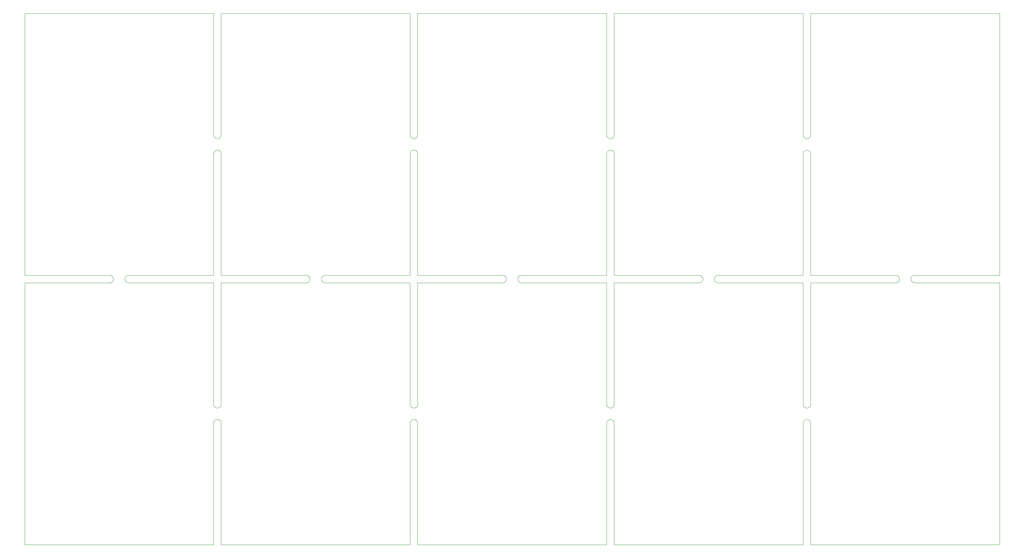
<source format=gbr>
%TF.GenerationSoftware,KiCad,Pcbnew,7.0.11*%
%TF.CreationDate,2024-10-20T12:39:06+07:00*%
%TF.ProjectId,V3,56332e6b-6963-4616-945f-706362585858,rev?*%
%TF.SameCoordinates,Original*%
%TF.FileFunction,Profile,NP*%
%FSLAX46Y46*%
G04 Gerber Fmt 4.6, Leading zero omitted, Abs format (unit mm)*
G04 Created by KiCad (PCBNEW 7.0.11) date 2024-10-20 12:39:06*
%MOMM*%
%LPD*%
G01*
G04 APERTURE LIST*
%TA.AperFunction,Profile*%
%ADD10C,0.100000*%
%TD*%
G04 APERTURE END LIST*
D10*
X123567258Y-125884262D02*
X123604387Y-125916290D01*
X72754483Y-56261505D02*
X72767560Y-56308762D01*
X173360100Y-125950100D02*
X173395612Y-125916290D01*
X99669104Y-90085804D02*
X99621262Y-90075060D01*
X123604387Y-52293709D02*
X123567258Y-52325737D01*
X198135000Y-89104012D02*
X198135000Y-89105987D01*
X226126455Y-51935800D02*
X226106585Y-51980627D01*
X123673709Y-125985612D02*
X123705737Y-126022741D01*
X98865000Y-89104012D02*
X98866203Y-89054981D01*
X94865987Y-88105000D02*
X94915018Y-88106203D01*
X95769085Y-88676872D02*
X95788955Y-88721699D01*
X173639372Y-52456585D02*
X173595574Y-52434539D01*
X226183304Y-56356604D02*
X226191687Y-56404916D01*
X197606925Y-88222960D02*
X197649588Y-88247129D01*
X252713985Y-88273362D02*
X252755411Y-88247129D01*
X122933487Y-125657500D02*
X122982518Y-125658703D01*
X146000987Y-90105000D02*
X123944772Y-90105000D01*
X173729947Y-125715897D02*
X173776505Y-125700516D01*
X173294262Y-126022741D02*
X173326290Y-125985612D01*
X150443985Y-88273362D02*
X150485411Y-88247129D01*
X146803404Y-88508896D02*
X146831637Y-88548985D01*
X174663603Y-122460904D02*
X174623514Y-122489137D01*
X175067500Y-90117272D02*
X175067500Y-121658487D01*
X226191687Y-56404916D02*
X226197689Y-56453580D01*
X201164939Y-89348737D02*
X201154195Y-89300895D01*
X122460574Y-125775460D02*
X122504372Y-125753414D01*
X72778304Y-121853395D02*
X72767560Y-121901237D01*
X174068487Y-52552500D02*
X174066512Y-52552500D01*
X95155994Y-88148016D02*
X95202552Y-88163397D01*
X122028414Y-51980627D02*
X122008544Y-51935800D01*
X99436872Y-90009085D02*
X99393074Y-89987039D01*
X121937310Y-121756419D02*
X121933703Y-121707518D01*
X43828919Y-88109810D02*
X43877583Y-88115812D01*
X95806602Y-89442552D02*
X95788955Y-89488300D01*
X174702258Y-122430737D02*
X174663603Y-122460904D01*
X173110516Y-126366505D02*
X173125897Y-126319947D01*
X72504899Y-122364899D02*
X72469387Y-122398709D01*
X225798603Y-52355904D02*
X225758514Y-52384137D01*
X173185460Y-122129425D02*
X173163414Y-122085627D01*
X224911505Y-125700516D02*
X224958762Y-125687439D01*
X150019195Y-89300895D02*
X150010812Y-89252583D01*
X95860189Y-89006080D02*
X95863796Y-89054981D01*
X201463112Y-89846209D02*
X201427600Y-89812399D01*
X70816695Y-51748395D02*
X70808312Y-51700083D01*
X122931512Y-55552500D02*
X122933487Y-55552500D01*
X48631080Y-90100189D02*
X48582416Y-90094187D01*
X44634085Y-88676872D02*
X44653955Y-88721699D01*
X173143544Y-51935800D02*
X173125897Y-51890052D01*
X123932770Y-90106245D02*
X123932500Y-90117247D01*
X225152481Y-55553703D02*
X225201512Y-55552500D01*
X197731103Y-88301595D02*
X197769758Y-88331762D01*
X173078312Y-56404916D02*
X173086695Y-56356604D01*
X225674425Y-55670460D02*
X225717088Y-55694629D01*
X224207310Y-126558580D02*
X224213312Y-126509916D01*
X71201396Y-52355904D02*
X71162741Y-52325737D01*
X72797500Y-51553487D02*
X72796296Y-51602518D01*
X44671602Y-88767447D02*
X44686983Y-88814005D01*
X122336396Y-52355904D02*
X122297741Y-52325737D01*
X197876209Y-88433112D02*
X197908237Y-88470241D01*
X248826014Y-89936637D02*
X248784588Y-89962870D01*
X123927689Y-56453580D02*
X123931296Y-56502481D01*
X146831637Y-89661014D02*
X146803404Y-89701103D01*
X48439005Y-90061983D02*
X48392447Y-90046602D01*
X122376485Y-55720862D02*
X122417911Y-55694629D01*
X72809772Y-88105000D02*
X94865987Y-88105000D01*
X99527447Y-90046602D02*
X99481699Y-90028955D01*
X253122416Y-90094187D02*
X253074104Y-90085804D01*
X224429262Y-122292258D02*
X224399095Y-122253603D01*
X95155994Y-90061983D02*
X95108737Y-90075060D01*
X70797500Y-126656512D02*
X70798703Y-126607481D01*
X174949539Y-56080574D02*
X174971585Y-56124372D01*
X44612039Y-89576925D02*
X44587870Y-89619588D01*
X197472552Y-88163397D02*
X197518300Y-88181044D01*
X197938404Y-88508896D02*
X197966637Y-88548985D01*
X224370862Y-122213514D02*
X224344629Y-122172088D01*
X150403896Y-88301595D02*
X150443985Y-88273362D01*
X173068703Y-126607481D02*
X173072310Y-126558580D01*
X71747481Y-125658703D02*
X71796512Y-125657500D01*
X123913304Y-51748395D02*
X123902560Y-51796237D01*
X175009102Y-51890052D02*
X174991455Y-51935800D01*
X99350411Y-88247129D02*
X99393074Y-88222960D01*
X122050460Y-126185574D02*
X122074629Y-126142911D01*
X44587870Y-89619588D02*
X44561637Y-89661014D01*
X198133796Y-89155018D02*
X198130189Y-89203919D01*
X146941602Y-89442552D02*
X146923955Y-89488300D01*
X174663603Y-125854095D02*
X174702258Y-125884262D01*
X248417583Y-90094187D02*
X248368919Y-90100189D01*
X71945083Y-55563312D02*
X71993395Y-55571695D01*
X146956983Y-89395994D02*
X146941602Y-89442552D01*
X70893414Y-126229372D02*
X70915460Y-126185574D01*
X224213312Y-126509916D02*
X224221695Y-126461604D01*
X71747481Y-52551296D02*
X71698580Y-52547689D01*
X174582088Y-52410370D02*
X174539425Y-52434539D01*
X21662500Y-158197752D02*
X21662770Y-158208754D01*
X198133796Y-89054981D02*
X198135000Y-89104012D01*
X226202500Y-90117272D02*
X226202500Y-121658487D01*
X71090100Y-122364899D02*
X71056290Y-122329387D01*
X174495627Y-52456585D02*
X174450800Y-52476455D01*
X226197689Y-121756419D02*
X226191687Y-121805083D01*
X173125897Y-121995052D02*
X173110516Y-121948494D01*
X71847518Y-52551296D02*
X71798487Y-52552500D01*
X95060895Y-88124195D02*
X95108737Y-88134939D01*
X225943709Y-52224387D02*
X225909899Y-52259899D01*
X48392447Y-90046602D02*
X48346699Y-90028955D01*
X72353514Y-55720862D02*
X72393603Y-55749095D01*
X201252960Y-89576925D02*
X201230914Y-89533127D01*
X72135052Y-125715897D02*
X72180800Y-125733544D01*
X44244588Y-88247129D02*
X44286014Y-88273362D01*
X122549199Y-52476455D02*
X122504372Y-52456585D01*
X225943709Y-122329387D02*
X225909899Y-122364899D01*
X44326103Y-88301595D02*
X44364758Y-88331762D01*
X248607552Y-88163397D02*
X248653300Y-88181044D01*
X252598112Y-88363790D02*
X252635241Y-88331762D01*
X122008544Y-126274199D02*
X122028414Y-126229372D01*
X224202229Y-88103754D02*
X224202499Y-88092752D01*
X174774899Y-125950100D02*
X174808709Y-125985612D01*
X95821983Y-88814005D02*
X95835060Y-88861262D01*
X44401887Y-88363790D02*
X44437399Y-88397600D01*
X47759939Y-89348737D02*
X47749195Y-89300895D01*
X123874102Y-121995052D02*
X123856455Y-122040800D01*
X224530612Y-125916290D02*
X224567741Y-125884262D01*
X122931512Y-125657500D02*
X122933487Y-125657500D01*
X146980804Y-89300895D02*
X146970060Y-89348737D01*
X99481699Y-90028955D02*
X99436872Y-90009085D01*
X121975516Y-126366505D02*
X121990897Y-126319947D01*
X70893414Y-51980627D02*
X70873544Y-51935800D01*
X173163414Y-122085627D02*
X173143544Y-122040800D01*
X150043016Y-89395994D02*
X150029939Y-89348737D01*
X224203703Y-51602518D02*
X224202500Y-51553487D01*
X123735904Y-122253603D02*
X123705737Y-122292258D01*
X21662500Y-90117272D02*
X21662500Y-158197727D01*
X70796254Y-20000270D02*
X70785252Y-20000000D01*
X72469387Y-122398709D02*
X72432258Y-122430737D01*
X122260612Y-52293709D02*
X122225100Y-52259899D01*
X252280812Y-89252583D02*
X252274810Y-89203919D01*
X173086695Y-56356604D02*
X173097439Y-56308762D01*
X146970060Y-89348737D02*
X146956983Y-89395994D01*
X226084539Y-122129425D02*
X226060370Y-122172088D01*
X121937310Y-56453580D02*
X121943312Y-56404916D01*
X98869810Y-89203919D02*
X98866203Y-89155018D01*
X175062689Y-126558580D02*
X175066296Y-126607481D01*
X224370862Y-52108514D02*
X224344629Y-52067088D01*
X71414199Y-125733544D02*
X71459947Y-125715897D01*
X48534104Y-90085804D02*
X48486262Y-90075060D01*
X70873544Y-51935800D02*
X70855897Y-51890052D01*
X224774372Y-125753414D02*
X224819199Y-125733544D01*
X123315800Y-55628544D02*
X123360627Y-55648414D01*
X225103580Y-125662310D02*
X225152481Y-125658703D01*
X252289195Y-89300895D02*
X252280812Y-89252583D01*
X122833580Y-125662310D02*
X122882481Y-125658703D01*
X173360100Y-55845100D02*
X173395612Y-55811290D01*
X174495627Y-55648414D02*
X174539425Y-55670460D01*
X175024483Y-51843494D02*
X175009102Y-51890052D01*
X122882481Y-52551296D02*
X122833580Y-52547689D01*
X226084539Y-56080574D02*
X226106585Y-56124372D01*
X121920227Y-90105000D02*
X99864012Y-90105000D01*
X48058112Y-88363790D02*
X48095241Y-88331762D01*
X70855897Y-121995052D02*
X70840516Y-121948494D01*
X70840516Y-126366505D02*
X70855897Y-126319947D01*
X225203487Y-52552500D02*
X225201512Y-52552500D01*
X275325227Y-90105000D02*
X253269012Y-90105000D01*
X224687911Y-52410370D02*
X224646485Y-52384137D01*
X72797500Y-90117272D02*
X72797500Y-121658487D01*
X123223494Y-125700516D02*
X123270052Y-125715897D01*
X123176237Y-125687439D02*
X123223494Y-125700516D01*
X44719187Y-88957416D02*
X44725189Y-89006080D01*
X249043237Y-89739758D02*
X249011209Y-89776887D01*
X70798703Y-51602518D02*
X70797500Y-51553487D01*
X43828919Y-90100189D02*
X43780018Y-90103796D01*
X225350083Y-55563312D02*
X225398395Y-55571695D01*
X224320460Y-122129425D02*
X224298414Y-122085627D01*
X173823762Y-55582439D02*
X173871604Y-55571695D01*
X173776505Y-122614483D02*
X173729947Y-122599102D01*
X44671602Y-89442552D02*
X44653955Y-89488300D01*
X44710804Y-89300895D02*
X44700060Y-89348737D01*
X72538709Y-52224387D02*
X72504899Y-52259899D01*
X225350083Y-122646687D02*
X225301419Y-122652689D01*
X224819199Y-55628544D02*
X224864947Y-55610897D01*
X121932229Y-158208754D02*
X121932499Y-158197752D01*
X146383300Y-90028955D02*
X146337552Y-90046602D01*
X72754483Y-126366505D02*
X72767560Y-126413762D01*
X72180800Y-125733544D02*
X72225627Y-125753414D01*
X224213312Y-121805083D02*
X224207310Y-121756419D01*
X173067499Y-90117247D02*
X173067229Y-90106245D01*
X226034137Y-55996485D02*
X226060370Y-56037911D01*
X70873544Y-122040800D02*
X70855897Y-121995052D01*
X174066512Y-122657500D02*
X174017481Y-122656296D01*
X224864947Y-55610897D02*
X224911505Y-55595516D01*
X174066512Y-52552500D02*
X174017481Y-52551296D01*
X70840516Y-56261505D02*
X70855897Y-56214947D01*
X252673896Y-89908404D02*
X252635241Y-89878237D01*
X72393603Y-55749095D02*
X72432258Y-55779262D01*
X252387960Y-89576925D02*
X252365914Y-89533127D01*
X122641505Y-125700516D02*
X122688762Y-125687439D01*
X174623514Y-122489137D02*
X174582088Y-122515370D01*
X174495627Y-122561585D02*
X174450800Y-122581455D01*
X224202499Y-90117247D02*
X224202229Y-90106245D01*
X173511485Y-52384137D02*
X173471396Y-52355904D01*
X173360100Y-122364899D02*
X173326290Y-122329387D01*
X47806044Y-88721699D02*
X47825914Y-88676872D01*
X95806602Y-88767447D02*
X95821983Y-88814005D01*
X44471209Y-89776887D02*
X44437399Y-89812399D01*
X122784916Y-122646687D02*
X122736604Y-122638304D01*
X48631080Y-88109810D02*
X48679981Y-88106203D01*
X253074104Y-88124195D02*
X253122416Y-88115812D01*
X174215083Y-122646687D02*
X174166419Y-122652689D01*
X224344629Y-52067088D02*
X224320460Y-52024425D01*
X44700060Y-88861262D02*
X44710804Y-88909104D01*
X71201396Y-122460904D02*
X71162741Y-122430737D01*
X72393603Y-122460904D02*
X72353514Y-122489137D01*
X123790370Y-122172088D02*
X123764137Y-122213514D01*
X72739102Y-126319947D02*
X72754483Y-126366505D01*
X224461290Y-122329387D02*
X224429262Y-122292258D01*
X249073404Y-88508896D02*
X249101637Y-88548985D01*
X252979005Y-88148016D02*
X253026262Y-88134939D01*
X225909899Y-122364899D02*
X225874387Y-122398709D01*
X174068487Y-55552500D02*
X174117518Y-55553703D01*
X174263395Y-52533304D02*
X174215083Y-52541687D01*
X201751699Y-88181044D02*
X201797447Y-88163397D01*
X70994095Y-122253603D02*
X70965862Y-122213514D01*
X225493494Y-55595516D02*
X225540052Y-55610897D01*
X173395612Y-55811290D02*
X173432741Y-55779262D01*
X99481699Y-88181044D02*
X99527447Y-88163397D01*
X122028414Y-122085627D02*
X122008544Y-122040800D01*
X72180800Y-52476455D02*
X72135052Y-52494102D01*
X174808709Y-122329387D02*
X174774899Y-122364899D01*
X174899137Y-122213514D02*
X174870904Y-122253603D01*
X175024483Y-126366505D02*
X175037560Y-126413762D01*
X150662447Y-88163397D02*
X150709005Y-88148016D01*
X72393603Y-125854095D02*
X72432258Y-125884262D01*
X122688762Y-52522560D02*
X122641505Y-52509483D01*
X95572399Y-89812399D02*
X95536887Y-89846209D01*
X123790370Y-126142911D02*
X123814539Y-126185574D01*
X70994095Y-126061396D02*
X71024262Y-126022741D01*
X71459947Y-122599102D02*
X71414199Y-122581455D01*
X249226983Y-88814005D02*
X249240060Y-88861262D01*
X48679981Y-88106203D02*
X48729012Y-88105000D01*
X44725189Y-89203919D02*
X44719187Y-89252583D01*
X275336254Y-20000270D02*
X275325252Y-20000000D01*
X123932500Y-126656512D02*
X123932500Y-158197727D01*
X174215083Y-55563312D02*
X174263395Y-55571695D01*
X122050460Y-52024425D02*
X122028414Y-51980627D01*
X122159262Y-122292258D02*
X122129095Y-122253603D01*
X252635241Y-89878237D02*
X252598112Y-89846209D01*
X150001203Y-89155018D02*
X150000000Y-89105987D01*
X224278544Y-56169199D02*
X224298414Y-56124372D01*
X150004810Y-89006080D02*
X150010812Y-88957416D01*
X98923397Y-89442552D02*
X98908016Y-89395994D01*
X173264095Y-55956396D02*
X173294262Y-55917741D01*
X122074629Y-56037911D02*
X122100862Y-55996485D01*
X71414199Y-52476455D02*
X71369372Y-52456585D01*
X275325252Y-88104999D02*
X275336254Y-88104729D01*
X123128395Y-122638304D02*
X123080083Y-122646687D01*
X122159262Y-126022741D02*
X122191290Y-125985612D01*
X121943312Y-56404916D02*
X121951695Y-56356604D01*
X174949539Y-126185574D02*
X174971585Y-126229372D01*
X47825914Y-88676872D02*
X47847960Y-88633074D01*
X150328112Y-89846209D02*
X150292600Y-89812399D01*
X175009102Y-121995052D02*
X174991455Y-122040800D01*
X70802310Y-56453580D02*
X70808312Y-56404916D01*
X225837258Y-125884262D02*
X225874387Y-125916290D01*
X248941887Y-89846209D02*
X248904758Y-89878237D01*
X224232439Y-51796237D02*
X224221695Y-51748395D01*
X174925370Y-126142911D02*
X174949539Y-126185574D01*
X99230241Y-89878237D02*
X99193112Y-89846209D01*
X71325574Y-122539539D02*
X71282911Y-122515370D01*
X173729947Y-55610897D02*
X173776505Y-55595516D01*
X174017481Y-52551296D02*
X173968580Y-52547689D01*
X198076602Y-88767447D02*
X198091983Y-88814005D01*
X123128395Y-52533304D02*
X123080083Y-52541687D01*
X122376485Y-125825862D02*
X122417911Y-125799629D01*
X72432258Y-55779262D02*
X72469387Y-55811290D01*
X224495100Y-125950100D02*
X224530612Y-125916290D01*
X252755411Y-88247129D02*
X252798074Y-88222960D01*
X173684199Y-52476455D02*
X173639372Y-52456585D01*
X224530612Y-122398709D02*
X224495100Y-122364899D01*
X72088494Y-125700516D02*
X72135052Y-125715897D01*
X224201254Y-20000270D02*
X224190252Y-20000000D01*
X121990897Y-126319947D02*
X122008544Y-126274199D01*
X150142129Y-88590411D02*
X150168362Y-88548985D01*
X252841872Y-88200914D02*
X252886699Y-88181044D01*
X123567258Y-122430737D02*
X123528603Y-122460904D01*
X225630627Y-55648414D02*
X225674425Y-55670460D01*
X175079747Y-90105000D02*
X175068745Y-90105270D01*
X150029939Y-89348737D02*
X150019195Y-89300895D01*
X226106585Y-126229372D02*
X226126455Y-126274199D01*
X175067770Y-90106245D02*
X175067500Y-90117247D01*
X224774372Y-52456585D02*
X224730574Y-52434539D01*
X173326290Y-125985612D02*
X173360100Y-125950100D01*
X226084539Y-52024425D02*
X226060370Y-52067088D01*
X70827439Y-51796237D02*
X70816695Y-51748395D01*
X197185018Y-88106203D02*
X197233919Y-88109810D01*
X174971585Y-126229372D02*
X174991455Y-126274199D01*
X225493494Y-122614483D02*
X225446237Y-122627560D01*
X201277129Y-88590411D02*
X201303362Y-88548985D01*
X173235862Y-126101485D02*
X173264095Y-126061396D01*
X252562600Y-88397600D02*
X252598112Y-88363790D01*
X44587870Y-88590411D02*
X44612039Y-88633074D01*
X72088494Y-122614483D02*
X72041237Y-122627560D01*
X173072310Y-51651419D02*
X173068703Y-51602518D01*
X98865000Y-89105987D02*
X98865000Y-89104012D01*
X225203487Y-55552500D02*
X225252518Y-55553703D01*
X95421014Y-89936637D02*
X95379588Y-89962870D01*
X123447088Y-52410370D02*
X123404425Y-52434539D01*
X72432258Y-122430737D02*
X72393603Y-122460904D01*
X121962439Y-51796237D02*
X121951695Y-51748395D01*
X72721455Y-51935800D02*
X72701585Y-51980627D01*
X122028414Y-126229372D02*
X122050460Y-126185574D01*
X123488514Y-55720862D02*
X123528603Y-55749095D01*
X225252518Y-52551296D02*
X225203487Y-52552500D01*
X224461290Y-52224387D02*
X224429262Y-52187258D01*
X224530612Y-55811290D02*
X224567741Y-55779262D01*
X48729012Y-90105000D02*
X48679981Y-90103796D01*
X225152481Y-125658703D02*
X225201512Y-125657500D01*
X224429262Y-52187258D02*
X224399095Y-52148603D01*
X72797500Y-56551512D02*
X72797500Y-88092727D01*
X175037560Y-51796237D02*
X175024483Y-51843494D01*
X150443985Y-89936637D02*
X150403896Y-89908404D01*
X21662500Y-88092752D02*
X21662770Y-88103754D01*
X173209629Y-126142911D02*
X173235862Y-126101485D01*
X248320018Y-90103796D02*
X248270987Y-90105000D01*
X122336396Y-125854095D02*
X122376485Y-125825862D01*
X95696637Y-89661014D02*
X95668404Y-89701103D01*
X253219981Y-88106203D02*
X253269012Y-88105000D01*
X252313016Y-88814005D02*
X252328397Y-88767447D01*
X249268796Y-89155018D02*
X249265189Y-89203919D01*
X98866203Y-89054981D02*
X98869810Y-89006080D01*
X123673709Y-122329387D02*
X123639899Y-122364899D01*
X70785227Y-20000000D02*
X21674772Y-20000000D01*
X224911505Y-52509483D02*
X224864947Y-52494102D01*
X198130189Y-89006080D02*
X198133796Y-89054981D01*
X123790370Y-56037911D02*
X123814539Y-56080574D01*
X48439005Y-88148016D02*
X48486262Y-88134939D01*
X224606396Y-125854095D02*
X224646485Y-125825862D01*
X122260612Y-125916290D02*
X122297741Y-125884262D01*
X252886699Y-90028955D02*
X252841872Y-90009085D01*
X71024262Y-55917741D02*
X71056290Y-55880612D01*
X198017039Y-89576925D02*
X197992870Y-89619588D01*
X98884195Y-88909104D02*
X98894939Y-88861262D01*
X44437399Y-88397600D02*
X44471209Y-88433112D01*
X174949539Y-52024425D02*
X174925370Y-52067088D01*
X71945083Y-52541687D02*
X71896419Y-52547689D01*
X224260897Y-121995052D02*
X224245516Y-121948494D01*
X70827439Y-56308762D02*
X70840516Y-56261505D01*
X146995189Y-89006080D02*
X146998796Y-89054981D01*
X98960914Y-89533127D02*
X98941044Y-89488300D01*
X123921687Y-56404916D02*
X123927689Y-56453580D01*
X249270000Y-89104012D02*
X249270000Y-89105987D01*
X201331595Y-89701103D02*
X201303362Y-89661014D01*
X252270000Y-89105987D02*
X252270000Y-89104012D01*
X146904085Y-88676872D02*
X146923955Y-88721699D01*
X174971585Y-56124372D02*
X174991455Y-56169199D01*
X173471396Y-122460904D02*
X173432741Y-122430737D01*
X72786687Y-126509916D02*
X72792689Y-126558580D01*
X201427600Y-89812399D02*
X201393790Y-89776887D01*
X99717416Y-88115812D02*
X99766080Y-88109810D01*
X95835060Y-88861262D02*
X95845804Y-88909104D01*
X99621262Y-90075060D02*
X99574005Y-90061983D01*
X122050460Y-56080574D02*
X122074629Y-56037911D01*
X252289195Y-88909104D02*
X252299939Y-88861262D01*
X173871604Y-122638304D02*
X173823762Y-122627560D01*
X99766080Y-90100189D02*
X99717416Y-90094187D01*
X226202500Y-158197752D02*
X226202770Y-158208754D01*
X99230241Y-88331762D02*
X99268896Y-88301595D01*
X44653955Y-88721699D02*
X44671602Y-88767447D01*
X95638237Y-89739758D02*
X95606209Y-89776887D01*
X173055227Y-20000000D02*
X123944772Y-20000000D01*
X201427600Y-88397600D02*
X201463112Y-88363790D01*
X44326103Y-89908404D02*
X44286014Y-89936637D01*
X225874387Y-52293709D02*
X225837258Y-52325737D01*
X47740812Y-88957416D02*
X47749195Y-88909104D01*
X123528603Y-125854095D02*
X123567258Y-125884262D01*
X123836585Y-126229372D02*
X123856455Y-126274199D01*
X174623514Y-52384137D02*
X174582088Y-52410370D01*
X71506505Y-125700516D02*
X71553762Y-125687439D01*
X122833580Y-55557310D02*
X122882481Y-55553703D01*
X146998796Y-89155018D02*
X146995189Y-89203919D01*
X44503237Y-88470241D02*
X44533404Y-88508896D01*
X122504372Y-52456585D02*
X122460574Y-52434539D01*
X248465895Y-88124195D02*
X248513737Y-88134939D01*
X48133896Y-89908404D02*
X48095241Y-89878237D01*
X248270987Y-90105000D02*
X226214772Y-90105000D01*
X225006604Y-125676695D02*
X225054916Y-125668312D01*
X150328112Y-88363790D02*
X150365241Y-88331762D01*
X174840737Y-52187258D02*
X174808709Y-52224387D01*
X72504899Y-52259899D02*
X72469387Y-52293709D01*
X226214747Y-90105000D02*
X226203745Y-90105270D01*
X224260897Y-126319947D02*
X224278544Y-126274199D01*
X225054916Y-125668312D02*
X225103580Y-125662310D01*
X123567258Y-55779262D02*
X123604387Y-55811290D01*
X47749195Y-88909104D02*
X47759939Y-88861262D01*
X146556014Y-88273362D02*
X146596103Y-88301595D01*
X146671887Y-89846209D02*
X146634758Y-89878237D01*
X123927689Y-126558580D02*
X123931296Y-126607481D01*
X226034137Y-126101485D02*
X226060370Y-126142911D01*
X48173985Y-89936637D02*
X48133896Y-89908404D01*
X174017481Y-125658703D02*
X174066512Y-125657500D01*
X175024483Y-121948494D02*
X175009102Y-121995052D01*
X47731203Y-89155018D02*
X47730000Y-89105987D01*
X95060895Y-90085804D02*
X95012583Y-90094187D01*
X72353514Y-125825862D02*
X72393603Y-125854095D01*
X173097439Y-56308762D02*
X173110516Y-56261505D01*
X224864947Y-52494102D02*
X224819199Y-52476455D01*
X123932500Y-88092752D02*
X123932770Y-88103754D01*
X72180800Y-122581455D02*
X72135052Y-122599102D01*
X43877583Y-88115812D02*
X43925895Y-88124195D01*
X248784588Y-88247129D02*
X248826014Y-88273362D01*
X72778304Y-126461604D02*
X72786687Y-126509916D01*
X71847518Y-125658703D02*
X71896419Y-125662310D01*
X173067500Y-88092727D02*
X173067500Y-56551512D01*
X99436872Y-88200914D02*
X99481699Y-88181044D01*
X71747481Y-122656296D02*
X71698580Y-122652689D01*
X174405052Y-55610897D02*
X174450800Y-55628544D01*
X225758514Y-122489137D02*
X225717088Y-122515370D01*
X197135987Y-90105000D02*
X175079772Y-90105000D01*
X248417583Y-88115812D02*
X248465895Y-88124195D01*
X201620411Y-89962870D02*
X201578985Y-89936637D01*
X21674772Y-88105000D02*
X43730987Y-88105000D01*
X224399095Y-126061396D02*
X224429262Y-126022741D01*
X122297741Y-122430737D02*
X122260612Y-122398709D01*
X123932770Y-20001245D02*
X123932500Y-20012247D01*
X95606209Y-88433112D02*
X95638237Y-88470241D01*
X122008544Y-51935800D02*
X121990897Y-51890052D01*
X72786687Y-56404916D02*
X72792689Y-56453580D01*
X146195895Y-88124195D02*
X146243737Y-88134939D01*
X72792689Y-121756419D02*
X72786687Y-121805083D01*
X224687911Y-55694629D02*
X224730574Y-55670460D01*
X252438362Y-88548985D02*
X252466595Y-88508896D01*
X44686983Y-88814005D02*
X44700060Y-88861262D01*
X225493494Y-125700516D02*
X225540052Y-125715897D01*
X71125612Y-122398709D02*
X71090100Y-122364899D01*
X70965862Y-126101485D02*
X70994095Y-126061396D01*
X123764137Y-126101485D02*
X123790370Y-126142911D01*
X225975737Y-55917741D02*
X226005904Y-55956396D01*
X146243737Y-88134939D02*
X146290994Y-88148016D01*
X174405052Y-52494102D02*
X174358494Y-52509483D01*
X122594947Y-55610897D02*
X122641505Y-55595516D01*
X226106585Y-122085627D02*
X226084539Y-122129425D01*
X95668404Y-89701103D02*
X95638237Y-89739758D01*
X175067500Y-20012272D02*
X175067500Y-51553487D01*
X72135052Y-122599102D02*
X72088494Y-122614483D01*
X224461290Y-125985612D02*
X224495100Y-125950100D01*
X98875812Y-88957416D02*
X98884195Y-88909104D01*
X72721455Y-126274199D02*
X72739102Y-126319947D01*
X150756262Y-90075060D02*
X150709005Y-90061983D01*
X197691014Y-89936637D02*
X197649588Y-89962870D01*
X123223494Y-55595516D02*
X123270052Y-55610897D01*
X173097439Y-51796237D02*
X173086695Y-51748395D01*
X197992870Y-89619588D02*
X197966637Y-89661014D01*
X70915460Y-52024425D02*
X70893414Y-51980627D01*
X224646485Y-125825862D02*
X224687911Y-125799629D01*
X95696637Y-88548985D02*
X95722870Y-88590411D01*
X201193397Y-88767447D02*
X201211044Y-88721699D01*
X174539425Y-52434539D02*
X174495627Y-52456585D01*
X174774899Y-122364899D02*
X174739387Y-122398709D01*
X174263395Y-125676695D02*
X174311237Y-125687439D01*
X70965862Y-52108514D02*
X70939629Y-52067088D01*
X95536887Y-89846209D02*
X95499758Y-89878237D01*
X224774372Y-122561585D02*
X224730574Y-122539539D01*
X173072310Y-121756419D02*
X173068703Y-121707518D01*
X225398395Y-125676695D02*
X225446237Y-125687439D01*
X198076602Y-89442552D02*
X198058955Y-89488300D01*
X43973737Y-88134939D02*
X44020994Y-88148016D01*
X72701585Y-122085627D02*
X72679539Y-122129425D01*
X123639899Y-55845100D02*
X123673709Y-55880612D01*
X252841872Y-90009085D02*
X252798074Y-89987039D01*
X123932500Y-51553487D02*
X123931296Y-51602518D01*
X95572399Y-88397600D02*
X95606209Y-88433112D01*
X174358494Y-125700516D02*
X174405052Y-125715897D01*
X95248300Y-90028955D02*
X95202552Y-90046602D01*
X123270052Y-52494102D02*
X123223494Y-52509483D01*
X122736604Y-55571695D02*
X122784916Y-55563312D01*
X173110516Y-121948494D02*
X173097439Y-121901237D01*
X225798603Y-55749095D02*
X225837258Y-55779262D01*
X173067500Y-56551512D02*
X173068703Y-56502481D01*
X174068487Y-125657500D02*
X174117518Y-125658703D01*
X197806887Y-88363790D02*
X197842399Y-88397600D01*
X123176237Y-55582439D02*
X123223494Y-55595516D01*
X146904085Y-89533127D02*
X146882039Y-89576925D01*
X95863796Y-89054981D02*
X95865000Y-89104012D01*
X123031419Y-52547689D02*
X122982518Y-52551296D01*
X146596103Y-89908404D02*
X146556014Y-89936637D01*
X47740812Y-89252583D02*
X47734810Y-89203919D01*
X47956762Y-89739758D02*
X47926595Y-89701103D01*
X99193112Y-88363790D02*
X99230241Y-88331762D01*
X173055252Y-88104999D02*
X173066254Y-88104729D01*
X71241485Y-125825862D02*
X71282911Y-125799629D01*
X123270052Y-125715897D02*
X123315800Y-125733544D01*
X95293127Y-88200914D02*
X95336925Y-88222960D01*
X225540052Y-122599102D02*
X225493494Y-122614483D01*
X71601604Y-125676695D02*
X71649916Y-125668312D01*
X225103580Y-52547689D02*
X225054916Y-52541687D01*
X174702258Y-55779262D02*
X174739387Y-55811290D01*
X197233919Y-88109810D02*
X197282583Y-88115812D01*
X70816695Y-121853395D02*
X70808312Y-121805083D01*
X121943312Y-121805083D02*
X121937310Y-121756419D01*
X146941602Y-88767447D02*
X146956983Y-88814005D01*
X224646485Y-55720862D02*
X224687911Y-55694629D01*
X48346699Y-90028955D02*
X48301872Y-90009085D01*
X71024262Y-126022741D02*
X71056290Y-125985612D01*
X95845804Y-88909104D02*
X95854187Y-88957416D01*
X122641505Y-55595516D02*
X122688762Y-55582439D01*
X226144102Y-126319947D02*
X226159483Y-126366505D01*
X174066512Y-55552500D02*
X174068487Y-55552500D01*
X98941044Y-89488300D02*
X98923397Y-89442552D01*
X252412129Y-89619588D02*
X252387960Y-89576925D01*
X225943709Y-55880612D02*
X225975737Y-55917741D01*
X150365241Y-88331762D02*
X150403896Y-88301595D01*
X123735904Y-126061396D02*
X123764137Y-126101485D01*
X150029939Y-88861262D02*
X150043016Y-88814005D01*
X201987416Y-88115812D02*
X202036080Y-88109810D01*
X150058397Y-89442552D02*
X150043016Y-89395994D01*
X123031419Y-122652689D02*
X122982518Y-122656296D01*
X71201396Y-55749095D02*
X71241485Y-55720862D01*
X123567258Y-52325737D02*
X123528603Y-52355904D01*
X99393074Y-88222960D02*
X99436872Y-88200914D01*
X173432741Y-122430737D02*
X173395612Y-122398709D01*
X72538709Y-125985612D02*
X72570737Y-126022741D01*
X146707399Y-88397600D02*
X146741209Y-88433112D01*
X122549199Y-122581455D02*
X122504372Y-122561585D01*
X201139810Y-89203919D02*
X201136203Y-89155018D01*
X175066296Y-126607481D02*
X175067500Y-126656512D01*
X48486262Y-90075060D02*
X48439005Y-90061983D01*
X121932500Y-88092727D02*
X121932500Y-56551512D01*
X226202500Y-20012272D02*
X226202500Y-51553487D01*
X72739102Y-56214947D02*
X72754483Y-56261505D01*
X95668404Y-88508896D02*
X95696637Y-88548985D01*
X48022600Y-88397600D02*
X48058112Y-88363790D01*
X95835060Y-89348737D02*
X95821983Y-89395994D01*
X44020994Y-88148016D02*
X44067552Y-88163397D01*
X99157600Y-88397600D02*
X99193112Y-88363790D01*
X198091983Y-89395994D02*
X198076602Y-89442552D01*
X122297741Y-125884262D02*
X122336396Y-125854095D01*
X173264095Y-126061396D02*
X173294262Y-126022741D01*
X201797447Y-88163397D02*
X201844005Y-88148016D01*
X224911505Y-55595516D02*
X224958762Y-55582439D01*
X249101637Y-89661014D02*
X249073404Y-89701103D01*
X224213312Y-51700083D02*
X224207310Y-51651419D01*
X150196595Y-88508896D02*
X150226762Y-88470241D01*
X123902560Y-121901237D02*
X123889483Y-121948494D01*
X43973737Y-90075060D02*
X43925895Y-90085804D01*
X44244588Y-89962870D02*
X44201925Y-89987039D01*
X70785252Y-88104999D02*
X70796254Y-88104729D01*
X71090100Y-55845100D02*
X71125612Y-55811290D01*
X123814539Y-56080574D02*
X123836585Y-56124372D01*
X173595574Y-122539539D02*
X173552911Y-122515370D01*
X174949539Y-122129425D02*
X174925370Y-122172088D01*
X248941887Y-88363790D02*
X248977399Y-88397600D01*
X150168362Y-88548985D02*
X150196595Y-88508896D01*
X225798603Y-125854095D02*
X225837258Y-125884262D01*
X95499758Y-88331762D02*
X95536887Y-88363790D01*
X197769758Y-88331762D02*
X197806887Y-88363790D01*
X253269012Y-88105000D02*
X275325227Y-88105000D01*
X249250804Y-88909104D02*
X249259187Y-88957416D01*
X173067500Y-126656512D02*
X173068703Y-126607481D01*
X174166419Y-52547689D02*
X174117518Y-52551296D01*
X174066512Y-125657500D02*
X174068487Y-125657500D01*
X44730000Y-89105987D02*
X44728796Y-89155018D01*
X122417911Y-52410370D02*
X122376485Y-52384137D01*
X174539425Y-55670460D02*
X174582088Y-55694629D01*
X123931296Y-51602518D02*
X123927689Y-51651419D01*
X123927689Y-121756419D02*
X123921687Y-121805083D01*
X71896419Y-125662310D02*
X71945083Y-125668312D01*
X71506505Y-122614483D02*
X71459947Y-122599102D01*
X173143544Y-56169199D02*
X173163414Y-56124372D01*
X72269425Y-55670460D02*
X72312088Y-55694629D01*
X146773237Y-88470241D02*
X146803404Y-88508896D01*
X201578985Y-89936637D02*
X201538896Y-89908404D01*
X48133896Y-88301595D02*
X48173985Y-88273362D01*
X123528603Y-52355904D02*
X123488514Y-52384137D01*
X225054916Y-52541687D02*
X225006604Y-52533304D01*
X150076044Y-88721699D02*
X150095914Y-88676872D01*
X71459947Y-52494102D02*
X71414199Y-52476455D01*
X99157600Y-89812399D02*
X99123790Y-89776887D01*
X175067500Y-126656512D02*
X175067500Y-158197727D01*
X98894939Y-89348737D02*
X98884195Y-89300895D01*
X71896419Y-52547689D02*
X71847518Y-52551296D01*
X201139810Y-89006080D02*
X201145812Y-88957416D01*
X72701585Y-51980627D02*
X72679539Y-52024425D01*
X174450800Y-122581455D02*
X174405052Y-122599102D01*
X150058397Y-88767447D02*
X150076044Y-88721699D01*
X174405052Y-125715897D02*
X174450800Y-125733544D01*
X98884195Y-89300895D02*
X98875812Y-89252583D01*
X150949981Y-88106203D02*
X150999012Y-88105000D01*
X201891262Y-88134939D02*
X201939104Y-88124195D01*
X175067500Y-158197752D02*
X175067770Y-158208754D01*
X224819199Y-125733544D02*
X224864947Y-125715897D01*
X197966637Y-89661014D02*
X197938404Y-89701103D01*
X197282583Y-90094187D02*
X197233919Y-90100189D01*
X248320018Y-88106203D02*
X248368919Y-88109810D01*
X253269012Y-90105000D02*
X253219981Y-90103796D01*
X224606396Y-55749095D02*
X224646485Y-55720862D01*
X201361762Y-88470241D02*
X201393790Y-88433112D01*
X48301872Y-90009085D02*
X48258074Y-89987039D01*
X146923955Y-89488300D02*
X146904085Y-89533127D01*
X70893414Y-122085627D02*
X70873544Y-122040800D01*
X249193955Y-89488300D02*
X249174085Y-89533127D01*
X175066296Y-56502481D02*
X175067500Y-56551512D01*
X121920252Y-158209999D02*
X121931254Y-158209729D01*
X122688762Y-125687439D02*
X122736604Y-125676695D01*
X248698127Y-88200914D02*
X248741925Y-88222960D01*
X72469387Y-52293709D02*
X72432258Y-52325737D01*
X173552911Y-125799629D02*
X173595574Y-125775460D01*
X70802310Y-121756419D02*
X70798703Y-121707518D01*
X173078312Y-121805083D02*
X173072310Y-121756419D01*
X225717088Y-125799629D02*
X225758514Y-125825862D01*
X99864012Y-88105000D02*
X121920227Y-88105000D01*
X95606209Y-89776887D02*
X95572399Y-89812399D01*
X226172560Y-121901237D02*
X226159483Y-121948494D01*
X225717088Y-52410370D02*
X225674425Y-52434539D01*
X173684199Y-122581455D02*
X173639372Y-122561585D01*
X123790370Y-52067088D02*
X123764137Y-52108514D01*
X122784916Y-52541687D02*
X122736604Y-52533304D01*
X72469387Y-55811290D02*
X72504899Y-55845100D01*
X252932447Y-88163397D02*
X252979005Y-88148016D01*
X95747039Y-88633074D02*
X95769085Y-88676872D01*
X146195895Y-90085804D02*
X146147583Y-90094187D01*
X226005904Y-122253603D02*
X225975737Y-122292258D01*
X173823762Y-122627560D02*
X173776505Y-122614483D01*
X72778304Y-56356604D02*
X72786687Y-56404916D01*
X95536887Y-88363790D02*
X95572399Y-88397600D01*
X226034137Y-52108514D02*
X226005904Y-52148603D01*
X123080083Y-122646687D02*
X123031419Y-122652689D01*
X72798745Y-88104729D02*
X72809747Y-88104999D01*
X225152481Y-122656296D02*
X225103580Y-122652689D01*
X146337552Y-90046602D02*
X146290994Y-90061983D01*
X224370862Y-126101485D02*
X224399095Y-126061396D01*
X201145812Y-88957416D02*
X201154195Y-88909104D01*
X71896419Y-122652689D02*
X71847518Y-122656296D01*
X226214772Y-158210000D02*
X275325227Y-158210000D01*
X198115804Y-88909104D02*
X198124187Y-88957416D01*
X72041237Y-125687439D02*
X72088494Y-125700516D01*
X72797500Y-20012272D02*
X72797500Y-51553487D01*
X146923955Y-88721699D02*
X146941602Y-88767447D01*
X173968580Y-125662310D02*
X174017481Y-125658703D01*
X121932500Y-51553487D02*
X121932500Y-20012272D01*
X174739387Y-122398709D02*
X174702258Y-122430737D01*
X95788955Y-89488300D02*
X95769085Y-89533127D01*
X123447088Y-122515370D02*
X123404425Y-122539539D01*
X44201925Y-89987039D02*
X44158127Y-90009085D01*
X122594947Y-125715897D02*
X122641505Y-125700516D01*
X226106585Y-51980627D02*
X226084539Y-52024425D01*
X72778304Y-51748395D02*
X72767560Y-51796237D01*
X197992870Y-88590411D02*
X198017039Y-88633074D01*
X72570737Y-55917741D02*
X72600904Y-55956396D01*
X226203745Y-158209729D02*
X226214747Y-158209999D01*
X43730987Y-90105000D02*
X21674772Y-90105000D01*
X122833580Y-122652689D02*
X122784916Y-122646687D01*
X122882481Y-122656296D02*
X122833580Y-122652689D01*
X249211602Y-89442552D02*
X249193955Y-89488300D01*
X225301419Y-122652689D02*
X225252518Y-122656296D01*
X224687911Y-125799629D02*
X224730574Y-125775460D01*
X150004810Y-89203919D02*
X150001203Y-89155018D01*
X122191290Y-55880612D02*
X122225100Y-55845100D01*
X71024262Y-52187258D02*
X70994095Y-52148603D01*
X123404425Y-122539539D02*
X123360627Y-122561585D01*
X197233919Y-90100189D02*
X197185018Y-90103796D01*
X173919916Y-122646687D02*
X173871604Y-122638304D01*
X44158127Y-88200914D02*
X44201925Y-88222960D01*
X174870904Y-52148603D02*
X174840737Y-52187258D01*
X226201296Y-51602518D02*
X226197689Y-51651419D01*
X174405052Y-122599102D02*
X174358494Y-122614483D01*
X252365914Y-89533127D02*
X252346044Y-89488300D01*
X202134012Y-90105000D02*
X202084981Y-90103796D01*
X70816695Y-56356604D02*
X70827439Y-56308762D01*
X224730574Y-122539539D02*
X224687911Y-122515370D01*
X248653300Y-90028955D02*
X248607552Y-90046602D01*
X70797499Y-90117247D02*
X70797229Y-90106245D01*
X150571872Y-90009085D02*
X150528074Y-89987039D01*
X173068703Y-56502481D02*
X173072310Y-56453580D01*
X72797770Y-20001245D02*
X72797500Y-20012247D01*
X225301419Y-52547689D02*
X225252518Y-52551296D01*
X226126455Y-122040800D02*
X226106585Y-122085627D01*
X173552911Y-122515370D02*
X173511485Y-122489137D01*
X252932447Y-90046602D02*
X252886699Y-90028955D01*
X150804104Y-90085804D02*
X150756262Y-90075060D01*
X175048304Y-51748395D02*
X175037560Y-51796237D01*
X71553762Y-125687439D02*
X71601604Y-125676695D01*
X122931512Y-52552500D02*
X122882481Y-52551296D01*
X123933745Y-158209729D02*
X123944747Y-158209999D01*
X99814981Y-90103796D02*
X99766080Y-90100189D01*
X47847960Y-88633074D02*
X47872129Y-88590411D01*
X99007129Y-89619588D02*
X98982960Y-89576925D01*
X122336396Y-122460904D02*
X122297741Y-122430737D01*
X225350083Y-52541687D02*
X225301419Y-52547689D01*
X70873544Y-126274199D02*
X70893414Y-126229372D01*
X225758514Y-125825862D02*
X225798603Y-125854095D01*
X123080083Y-125668312D02*
X123128395Y-125676695D01*
X174215083Y-125668312D02*
X174263395Y-125676695D01*
X174017481Y-122656296D02*
X173968580Y-122652689D01*
X21663745Y-88104729D02*
X21674747Y-88104999D01*
X44286014Y-88273362D02*
X44326103Y-88301595D01*
X122028414Y-56124372D02*
X122050460Y-56080574D01*
X123874102Y-126319947D02*
X123889483Y-126366505D01*
X252466595Y-89701103D02*
X252438362Y-89661014D01*
X43925895Y-90085804D02*
X43877583Y-90094187D01*
X71325574Y-55670460D02*
X71369372Y-55648414D01*
X99621262Y-88134939D02*
X99669104Y-88124195D01*
X98894939Y-88861262D02*
X98908016Y-88814005D01*
X225975737Y-126022741D02*
X226005904Y-126061396D01*
X72041237Y-55582439D02*
X72088494Y-55595516D01*
X202134012Y-88105000D02*
X224190227Y-88105000D01*
X252466595Y-88508896D02*
X252496762Y-88470241D01*
X175009102Y-126319947D02*
X175024483Y-126366505D01*
X174311237Y-125687439D02*
X174358494Y-125700516D01*
X72225627Y-125753414D02*
X72269425Y-125775460D01*
X224203703Y-126607481D02*
X224207310Y-126558580D01*
X122933487Y-52552500D02*
X122931512Y-52552500D01*
X44561637Y-89661014D02*
X44533404Y-89701103D01*
X95248300Y-88181044D02*
X95293127Y-88200914D01*
X201500241Y-88331762D02*
X201538896Y-88301595D01*
X121933703Y-121707518D02*
X121932500Y-121658487D01*
X121932500Y-56551512D02*
X121933703Y-56502481D01*
X201500241Y-89878237D02*
X201463112Y-89846209D01*
X248368919Y-90100189D02*
X248320018Y-90103796D01*
X224567741Y-52325737D02*
X224530612Y-52293709D01*
X175067500Y-56551512D02*
X175067500Y-88092727D01*
X146050018Y-90103796D02*
X146000987Y-90105000D01*
X71056290Y-55880612D02*
X71090100Y-55845100D01*
X201538896Y-89908404D02*
X201500241Y-89878237D01*
X71162741Y-125884262D02*
X71201396Y-125854095D01*
X174068487Y-122657500D02*
X174066512Y-122657500D01*
X72135052Y-55610897D02*
X72180800Y-55628544D01*
X71601604Y-55571695D02*
X71649916Y-55563312D01*
X173395612Y-125916290D02*
X173432741Y-125884262D01*
X72739102Y-51890052D02*
X72721455Y-51935800D01*
X175068745Y-88104729D02*
X175079747Y-88104999D01*
X121951695Y-56356604D02*
X121962439Y-56308762D01*
X123128395Y-125676695D02*
X123176237Y-125687439D01*
X226159483Y-121948494D02*
X226144102Y-121995052D01*
X173823762Y-52522560D02*
X173776505Y-52509483D01*
X226172560Y-126413762D02*
X226183304Y-126461604D01*
X150616699Y-88181044D02*
X150662447Y-88163397D01*
X252412129Y-88590411D02*
X252438362Y-88548985D01*
X225301419Y-125662310D02*
X225350083Y-125668312D01*
X72312088Y-52410370D02*
X72269425Y-52434539D01*
X275325252Y-158209999D02*
X275336254Y-158209729D01*
X253122416Y-88115812D02*
X253171080Y-88109810D01*
X122191290Y-52224387D02*
X122159262Y-52187258D01*
X47926595Y-88508896D02*
X47956762Y-88470241D01*
X72629137Y-52108514D02*
X72600904Y-52148603D01*
X70855897Y-51890052D02*
X70840516Y-51843494D01*
X121975516Y-51843494D02*
X121962439Y-51796237D01*
X174358494Y-52509483D02*
X174311237Y-52522560D01*
X70808312Y-121805083D02*
X70802310Y-121756419D01*
X122784916Y-55563312D02*
X122833580Y-55557310D01*
X48022600Y-89812399D02*
X47988790Y-89776887D01*
X226202770Y-20001245D02*
X226202500Y-20012247D01*
X122982518Y-55553703D02*
X123031419Y-55557310D01*
X71993395Y-125676695D02*
X72041237Y-125687439D01*
X248513737Y-90075060D02*
X248465895Y-90085804D01*
X224278544Y-122040800D02*
X224260897Y-121995052D01*
X249268796Y-89054981D02*
X249270000Y-89104012D01*
X198115804Y-89300895D02*
X198105060Y-89348737D01*
X70965862Y-122213514D02*
X70939629Y-122172088D01*
X225585800Y-125733544D02*
X225630627Y-125753414D01*
X123404425Y-52434539D02*
X123360627Y-52456585D01*
X174870904Y-126061396D02*
X174899137Y-126101485D01*
X72796296Y-126607481D02*
X72797500Y-126656512D01*
X225717088Y-122515370D02*
X225674425Y-122539539D01*
X122376485Y-52384137D02*
X122336396Y-52355904D01*
X146707399Y-89812399D02*
X146671887Y-89846209D01*
X225837258Y-52325737D02*
X225798603Y-52355904D01*
X71601604Y-122638304D02*
X71553762Y-122627560D01*
X252673896Y-88301595D02*
X252713985Y-88273362D01*
X70915460Y-126185574D02*
X70939629Y-126142911D01*
X224730574Y-125775460D02*
X224774372Y-125753414D01*
X70785252Y-158209999D02*
X70796254Y-158209729D01*
X146243737Y-90075060D02*
X146195895Y-90085804D01*
X224207310Y-121756419D02*
X224203703Y-121707518D01*
X70798703Y-121707518D02*
X70797500Y-121658487D01*
X225909899Y-52259899D02*
X225874387Y-52293709D01*
X95336925Y-88222960D02*
X95379588Y-88247129D01*
X72679539Y-56080574D02*
X72701585Y-56124372D01*
X197282583Y-88115812D02*
X197330895Y-88124195D01*
X224344629Y-56037911D02*
X224370862Y-55996485D01*
X201135000Y-89105987D02*
X201135000Y-89104012D01*
X173294262Y-55917741D02*
X173326290Y-55880612D01*
X71325574Y-125775460D02*
X71369372Y-125753414D01*
X174808709Y-125985612D02*
X174840737Y-126022741D01*
X173163414Y-56124372D02*
X173185460Y-56080574D01*
X173209629Y-122172088D02*
X173185460Y-122129425D01*
X70797499Y-20012247D02*
X70797229Y-20001245D01*
X48534104Y-88124195D02*
X48582416Y-88115812D01*
X248368919Y-88109810D02*
X248417583Y-88115812D01*
X123360627Y-122561585D02*
X123315800Y-122581455D01*
X71506505Y-55595516D02*
X71553762Y-55582439D01*
X150485411Y-89962870D02*
X150443985Y-89936637D01*
X173097439Y-121901237D02*
X173086695Y-121853395D01*
X72792689Y-51651419D02*
X72786687Y-51700083D01*
X224399095Y-52148603D02*
X224370862Y-52108514D01*
X226005904Y-126061396D02*
X226034137Y-126101485D01*
X252365914Y-88676872D02*
X252387960Y-88633074D01*
X201663074Y-88222960D02*
X201706872Y-88200914D01*
X94915018Y-88106203D02*
X94963919Y-88109810D01*
X123528603Y-122460904D02*
X123488514Y-122489137D01*
X44364758Y-88331762D02*
X44401887Y-88363790D01*
X122982518Y-122656296D02*
X122933487Y-122657500D01*
X249073404Y-89701103D02*
X249043237Y-89739758D01*
X122784916Y-125668312D02*
X122833580Y-125662310D01*
X71459947Y-125715897D02*
X71506505Y-125700516D01*
X224687911Y-122515370D02*
X224646485Y-122489137D01*
X95854187Y-89252583D02*
X95845804Y-89300895D01*
X121920252Y-88104999D02*
X121931254Y-88104729D01*
X71282911Y-122515370D02*
X71241485Y-122489137D01*
X173066254Y-90105270D02*
X173055252Y-90105000D01*
X71241485Y-52384137D02*
X71201396Y-52355904D01*
X252886699Y-88181044D02*
X252932447Y-88163397D01*
X249240060Y-88861262D02*
X249250804Y-88909104D01*
X72180800Y-55628544D02*
X72225627Y-55648414D01*
X201136203Y-89155018D02*
X201135000Y-89105987D01*
X198091983Y-88814005D02*
X198105060Y-88861262D01*
X173471396Y-125854095D02*
X173511485Y-125825862D01*
X121933703Y-51602518D02*
X121932500Y-51553487D01*
X71459947Y-55610897D02*
X71506505Y-55595516D01*
X150010812Y-88957416D02*
X150019195Y-88909104D01*
X72754483Y-51843494D02*
X72739102Y-51890052D01*
X123360627Y-52456585D02*
X123315800Y-52476455D01*
X248698127Y-90009085D02*
X248653300Y-90028955D01*
X150196595Y-89701103D02*
X150168362Y-89661014D01*
X225717088Y-55694629D02*
X225758514Y-55720862D01*
X95202552Y-88163397D02*
X95248300Y-88181044D01*
X70893414Y-56124372D02*
X70915460Y-56080574D01*
X174663603Y-52355904D02*
X174623514Y-52384137D01*
X122129095Y-52148603D02*
X122100862Y-52108514D01*
X224201254Y-90105270D02*
X224190252Y-90105000D01*
X173871604Y-52533304D02*
X173823762Y-52522560D01*
X224530612Y-52293709D02*
X224495100Y-52259899D01*
X146998796Y-89054981D02*
X147000000Y-89104012D01*
X224232439Y-126413762D02*
X224245516Y-126366505D01*
X71282911Y-52410370D02*
X71241485Y-52384137D01*
X226159483Y-126366505D02*
X226172560Y-126413762D01*
X72600904Y-52148603D02*
X72570737Y-52187258D01*
X197518300Y-88181044D02*
X197563127Y-88200914D01*
X43877583Y-90094187D02*
X43828919Y-90100189D01*
X94865987Y-90105000D02*
X72809772Y-90105000D01*
X174582088Y-122515370D02*
X174539425Y-122539539D01*
X224202500Y-88092727D02*
X224202500Y-56551512D01*
X175056687Y-126509916D02*
X175062689Y-126558580D01*
X173595574Y-55670460D02*
X173639372Y-55648414D01*
X225398395Y-52533304D02*
X225350083Y-52541687D01*
X72767560Y-126413762D02*
X72778304Y-126461604D01*
X99123790Y-89776887D02*
X99091762Y-89739758D01*
X173432741Y-125884262D02*
X173471396Y-125854095D01*
X47806044Y-89488300D02*
X47788397Y-89442552D01*
X146337552Y-88163397D02*
X146383300Y-88181044D01*
X99308985Y-89936637D02*
X99268896Y-89908404D01*
X123528603Y-55749095D02*
X123567258Y-55779262D01*
X122933487Y-55552500D02*
X122982518Y-55553703D01*
X95865000Y-89105987D02*
X95863796Y-89155018D01*
X71056290Y-52224387D02*
X71024262Y-52187258D01*
X201844005Y-90061983D02*
X201797447Y-90046602D01*
X253026262Y-90075060D02*
X252979005Y-90061983D01*
X224495100Y-55845100D02*
X224530612Y-55811290D01*
X173326290Y-52224387D02*
X173294262Y-52187258D01*
X175079772Y-88105000D02*
X197135987Y-88105000D01*
X173143544Y-126274199D02*
X173163414Y-126229372D01*
X252346044Y-89488300D02*
X252328397Y-89442552D01*
X173125897Y-51890052D02*
X173110516Y-51843494D01*
X249193955Y-88721699D02*
X249211602Y-88767447D01*
X44471209Y-88433112D02*
X44503237Y-88470241D01*
X146428127Y-88200914D02*
X146471925Y-88222960D01*
X175067500Y-121658487D02*
X175066296Y-121707518D01*
X121990897Y-51890052D02*
X121975516Y-51843494D01*
X174739387Y-125916290D02*
X174774899Y-125950100D01*
X98908016Y-89395994D02*
X98894939Y-89348737D01*
X47988790Y-89776887D02*
X47956762Y-89739758D01*
X123889483Y-126366505D02*
X123902560Y-126413762D01*
X72796296Y-121707518D02*
X72792689Y-121756419D01*
X21662500Y-20012272D02*
X21662500Y-88092727D01*
X99007129Y-88590411D02*
X99033362Y-88548985D01*
X122549199Y-55628544D02*
X122594947Y-55610897D01*
X174582088Y-125799629D02*
X174623514Y-125825862D01*
X173143544Y-122040800D02*
X173125897Y-121995052D01*
X71056290Y-125985612D02*
X71090100Y-125950100D01*
X123176237Y-122627560D02*
X123128395Y-122638304D01*
X122225100Y-122364899D02*
X122191290Y-122329387D01*
X225446237Y-55582439D02*
X225493494Y-55595516D01*
X224567741Y-122430737D02*
X224530612Y-122398709D01*
X72809747Y-90105000D02*
X72798745Y-90105270D01*
X249011209Y-89776887D02*
X248977399Y-89812399D01*
X173432741Y-55779262D02*
X173471396Y-55749095D01*
X146290994Y-88148016D02*
X146337552Y-88163397D01*
X173326290Y-122329387D02*
X173294262Y-122292258D01*
X122833580Y-52547689D02*
X122784916Y-52541687D01*
X123921687Y-51700083D02*
X123913304Y-51748395D01*
X198124187Y-89252583D02*
X198115804Y-89300895D01*
X249152039Y-88633074D02*
X249174085Y-88676872D01*
X123836585Y-122085627D02*
X123814539Y-122129425D01*
X249101637Y-88548985D02*
X249127870Y-88590411D01*
X150095914Y-89533127D02*
X150076044Y-89488300D01*
X173235862Y-122213514D02*
X173209629Y-122172088D01*
X252528790Y-89776887D02*
X252496762Y-89739758D01*
X224495100Y-122364899D02*
X224461290Y-122329387D01*
X122460574Y-55670460D02*
X122504372Y-55648414D01*
X174971585Y-51980627D02*
X174949539Y-52024425D01*
X146671887Y-88363790D02*
X146707399Y-88397600D01*
X226203745Y-88104729D02*
X226214747Y-88104999D01*
X252299939Y-88861262D02*
X252313016Y-88814005D01*
X198124187Y-88957416D02*
X198130189Y-89006080D01*
X174166419Y-125662310D02*
X174215083Y-125668312D01*
X173684199Y-55628544D02*
X173729947Y-55610897D01*
X44728796Y-89054981D02*
X44730000Y-89104012D01*
X249265189Y-89006080D02*
X249268796Y-89054981D01*
X225446237Y-125687439D02*
X225493494Y-125700516D01*
X201230914Y-89533127D02*
X201211044Y-89488300D01*
X123902560Y-51796237D02*
X123889483Y-51843494D01*
X150709005Y-90061983D02*
X150662447Y-90046602D01*
X71090100Y-52259899D02*
X71056290Y-52224387D01*
X224202500Y-121658487D02*
X224202500Y-90117272D01*
X201844005Y-88148016D02*
X201891262Y-88134939D01*
X146290994Y-90061983D02*
X146243737Y-90075060D01*
X70873544Y-56169199D02*
X70893414Y-56124372D01*
X198058955Y-88721699D02*
X198076602Y-88767447D01*
X146634758Y-88331762D02*
X146671887Y-88363790D01*
X226202500Y-121658487D02*
X226201296Y-121707518D01*
X71553762Y-122627560D02*
X71506505Y-122614483D01*
X174017481Y-55553703D02*
X174066512Y-55552500D01*
X224298414Y-51980627D02*
X224278544Y-51935800D01*
X123639899Y-125950100D02*
X123673709Y-125985612D01*
X47731203Y-89054981D02*
X47734810Y-89006080D01*
X122225100Y-125950100D02*
X122260612Y-125916290D01*
X72538709Y-55880612D02*
X72570737Y-55917741D01*
X44730000Y-89104012D02*
X44730000Y-89105987D01*
X122736604Y-122638304D02*
X122688762Y-122627560D01*
X201303362Y-89661014D02*
X201277129Y-89619588D01*
X122225100Y-52259899D02*
X122191290Y-52224387D01*
X173209629Y-52067088D02*
X173185460Y-52024425D01*
X252798074Y-88222960D02*
X252841872Y-88200914D01*
X72797500Y-126656512D02*
X72797500Y-158197727D01*
X123932500Y-90117272D02*
X123932500Y-121658487D01*
X173968580Y-52547689D02*
X173919916Y-52541687D01*
X95108737Y-88134939D02*
X95155994Y-88148016D01*
X99123790Y-88433112D02*
X99157600Y-88397600D01*
X174215083Y-52541687D02*
X174166419Y-52547689D01*
X123944747Y-20000000D02*
X123933745Y-20000270D01*
X123913304Y-126461604D02*
X123921687Y-126509916D01*
X122159262Y-52187258D02*
X122129095Y-52148603D01*
X224245516Y-121948494D02*
X224232439Y-121901237D01*
X173067500Y-51553487D02*
X173067500Y-20012272D01*
X249265189Y-89203919D02*
X249259187Y-89252583D01*
X123836585Y-51980627D02*
X123814539Y-52024425D01*
X201797447Y-90046602D02*
X201751699Y-90028955D01*
X72629137Y-55996485D02*
X72655370Y-56037911D01*
X123874102Y-56214947D02*
X123889483Y-56261505D01*
X146147583Y-88115812D02*
X146195895Y-88124195D01*
X70798703Y-126607481D02*
X70802310Y-126558580D01*
X226191687Y-121805083D02*
X226183304Y-121853395D01*
X122050460Y-122129425D02*
X122028414Y-122085627D01*
X71847518Y-55553703D02*
X71896419Y-55557310D01*
X70797500Y-88092727D02*
X70797500Y-56551512D01*
X197842399Y-89812399D02*
X197806887Y-89846209D01*
X225758514Y-52384137D02*
X225717088Y-52410370D01*
X225674425Y-52434539D02*
X225630627Y-52456585D01*
X47898362Y-89661014D02*
X47872129Y-89619588D01*
X72679539Y-52024425D02*
X72655370Y-52067088D01*
X275325227Y-20000000D02*
X226214772Y-20000000D01*
X174739387Y-55811290D02*
X174774899Y-55845100D01*
X71796512Y-55552500D02*
X71798487Y-55552500D01*
X201145812Y-89252583D02*
X201139810Y-89203919D01*
X123913304Y-121853395D02*
X123902560Y-121901237D01*
X175048304Y-126461604D02*
X175056687Y-126509916D01*
X98869810Y-89006080D02*
X98875812Y-88957416D01*
X99061595Y-88508896D02*
X99091762Y-88470241D01*
X225874387Y-55811290D02*
X225909899Y-55845100D01*
X249226983Y-89395994D02*
X249211602Y-89442552D01*
X173729947Y-122599102D02*
X173684199Y-122581455D01*
X224958762Y-125687439D02*
X225006604Y-125676695D01*
X224207310Y-56453580D02*
X224213312Y-56404916D01*
X123856455Y-126274199D02*
X123874102Y-126319947D01*
X70797229Y-158208754D02*
X70797499Y-158197752D01*
X98908016Y-88814005D02*
X98923397Y-88767447D01*
X123932500Y-121658487D02*
X123931296Y-121707518D01*
X224344629Y-122172088D02*
X224320460Y-122129425D01*
X248784588Y-89962870D02*
X248741925Y-89987039D01*
X249211602Y-88767447D02*
X249226983Y-88814005D01*
X122504372Y-125753414D02*
X122549199Y-125733544D01*
X72269425Y-125775460D02*
X72312088Y-125799629D01*
X252299939Y-89348737D02*
X252289195Y-89300895D01*
X197425994Y-90061983D02*
X197378737Y-90075060D01*
X174358494Y-55595516D02*
X174405052Y-55610897D01*
X197472552Y-90046602D02*
X197425994Y-90061983D01*
X174450800Y-55628544D02*
X174495627Y-55648414D01*
X201706872Y-90009085D02*
X201663074Y-89987039D01*
X71993395Y-55571695D02*
X72041237Y-55582439D01*
X95788955Y-88721699D02*
X95806602Y-88767447D01*
X202084981Y-88106203D02*
X202134012Y-88105000D01*
X174117518Y-122656296D02*
X174068487Y-122657500D01*
X174582088Y-55694629D02*
X174623514Y-55720862D01*
X121937310Y-126558580D02*
X121943312Y-126509916D01*
X197908237Y-88470241D02*
X197938404Y-88508896D01*
X252438362Y-89661014D02*
X252412129Y-89619588D01*
X173067500Y-158197727D02*
X173067500Y-126656512D01*
X202036080Y-88109810D02*
X202084981Y-88106203D01*
X275337229Y-158208754D02*
X275337499Y-158197752D01*
X123705737Y-126022741D02*
X123735904Y-126061396D01*
X71506505Y-52509483D02*
X71459947Y-52494102D01*
X174623514Y-55720862D02*
X174663603Y-55749095D01*
X252328397Y-89442552D02*
X252313016Y-89395994D01*
X174623514Y-125825862D02*
X174663603Y-125854095D01*
X225874387Y-125916290D02*
X225909899Y-125950100D01*
X248977399Y-88397600D02*
X249011209Y-88433112D01*
X248607552Y-90046602D02*
X248560994Y-90061983D01*
X150292600Y-89812399D02*
X150258790Y-89776887D01*
X225006604Y-55571695D02*
X225054916Y-55563312D01*
X121933703Y-126607481D02*
X121937310Y-126558580D01*
X224213312Y-56404916D02*
X224221695Y-56356604D01*
X201393790Y-89776887D02*
X201361762Y-89739758D01*
X71896419Y-55557310D02*
X71945083Y-55563312D01*
X173086695Y-121853395D02*
X173078312Y-121805083D01*
X224278544Y-126274199D02*
X224298414Y-126229372D01*
X43780018Y-90103796D02*
X43730987Y-90105000D01*
X99061595Y-89701103D02*
X99033362Y-89661014D01*
X175062689Y-51651419D02*
X175056687Y-51700083D01*
X99766080Y-88109810D02*
X99814981Y-88106203D01*
X72538709Y-122329387D02*
X72504899Y-122364899D01*
X197731103Y-89908404D02*
X197691014Y-89936637D01*
X146596103Y-88301595D02*
X146634758Y-88331762D01*
X72786687Y-51700083D02*
X72778304Y-51748395D01*
X197938404Y-89701103D02*
X197908237Y-89739758D01*
X121990897Y-56214947D02*
X122008544Y-56169199D01*
X150226762Y-88470241D02*
X150258790Y-88433112D01*
X95108737Y-90075060D02*
X95060895Y-90085804D01*
X225054916Y-55563312D02*
X225103580Y-55557310D01*
X175037560Y-121901237D02*
X175024483Y-121948494D01*
X72393603Y-52355904D02*
X72353514Y-52384137D01*
X252387960Y-88633074D02*
X252412129Y-88590411D01*
X197876209Y-89776887D02*
X197842399Y-89812399D01*
X123931296Y-56502481D02*
X123932500Y-56551512D01*
X225975737Y-52187258D02*
X225943709Y-52224387D01*
X70816695Y-126461604D02*
X70827439Y-126413762D01*
X174739387Y-52293709D02*
X174702258Y-52325737D01*
X225446237Y-122627560D02*
X225398395Y-122638304D01*
X47872129Y-89619588D02*
X47847960Y-89576925D01*
X70994095Y-52148603D02*
X70965862Y-52108514D01*
X70965862Y-55996485D02*
X70994095Y-55956396D01*
X43925895Y-88124195D02*
X43973737Y-88134939D01*
X122100862Y-52108514D02*
X122074629Y-52067088D01*
X44113300Y-90028955D02*
X44067552Y-90046602D01*
X121937310Y-51651419D02*
X121933703Y-51602518D01*
X173919916Y-55563312D02*
X173968580Y-55557310D01*
X47749195Y-89300895D02*
X47740812Y-89252583D01*
X201136203Y-89054981D02*
X201139810Y-89006080D01*
X48582416Y-88115812D02*
X48631080Y-88109810D01*
X201620411Y-88247129D02*
X201663074Y-88222960D01*
X226005904Y-52148603D02*
X225975737Y-52187258D01*
X252798074Y-89987039D02*
X252755411Y-89962870D01*
X252635241Y-88331762D02*
X252673896Y-88301595D01*
X248560994Y-88148016D02*
X248607552Y-88163397D01*
X224606396Y-122460904D02*
X224567741Y-122430737D01*
X174358494Y-122614483D02*
X174311237Y-122627560D01*
X70798703Y-56502481D02*
X70802310Y-56453580D01*
X224298414Y-122085627D02*
X224278544Y-122040800D01*
X123604387Y-55811290D02*
X123639899Y-55845100D01*
X122982518Y-52551296D02*
X122933487Y-52552500D01*
X150258790Y-88433112D02*
X150292600Y-88397600D01*
X175062689Y-56453580D02*
X175066296Y-56502481D01*
X174539425Y-125775460D02*
X174582088Y-125799629D01*
X225585800Y-55628544D02*
X225630627Y-55648414D01*
X150999012Y-90105000D02*
X150949981Y-90103796D01*
X226034137Y-122213514D02*
X226005904Y-122253603D01*
X173471396Y-55749095D02*
X173511485Y-55720862D01*
X275336254Y-90105270D02*
X275325252Y-90105000D01*
X226202500Y-56551512D02*
X226202500Y-88092727D01*
X71414199Y-55628544D02*
X71459947Y-55610897D01*
X121975516Y-56261505D02*
X121990897Y-56214947D01*
X44533404Y-88508896D02*
X44561637Y-88548985D01*
X201135000Y-89104012D02*
X201136203Y-89054981D01*
X150662447Y-90046602D02*
X150616699Y-90028955D01*
X198105060Y-88861262D02*
X198115804Y-88909104D01*
X122460574Y-52434539D02*
X122417911Y-52410370D01*
X123488514Y-125825862D02*
X123528603Y-125854095D01*
X174450800Y-125733544D02*
X174495627Y-125753414D01*
X173110516Y-56261505D02*
X173125897Y-56214947D01*
X146098919Y-88109810D02*
X146147583Y-88115812D01*
X146741209Y-89776887D02*
X146707399Y-89812399D01*
X48346699Y-88181044D02*
X48392447Y-88163397D01*
X224190252Y-158209999D02*
X224201254Y-158209729D01*
X72504899Y-125950100D02*
X72538709Y-125985612D01*
X71125612Y-55811290D02*
X71162741Y-55779262D01*
X252979005Y-90061983D02*
X252932447Y-90046602D01*
X71993395Y-52533304D02*
X71945083Y-52541687D01*
X197563127Y-88200914D02*
X197606925Y-88222960D01*
X174971585Y-122085627D02*
X174949539Y-122129425D01*
X275337499Y-20012247D02*
X275337229Y-20001245D01*
X99669104Y-88124195D02*
X99717416Y-88115812D01*
X225398395Y-55571695D02*
X225446237Y-55582439D01*
X224864947Y-122599102D02*
X224819199Y-122581455D01*
X146989187Y-88957416D02*
X146995189Y-89006080D01*
X122641505Y-52509483D02*
X122594947Y-52494102D01*
X123705737Y-122292258D02*
X123673709Y-122329387D01*
X122336396Y-55749095D02*
X122376485Y-55720862D01*
X226202500Y-51553487D02*
X226201296Y-51602518D01*
X150076044Y-89488300D02*
X150058397Y-89442552D01*
X201154195Y-89300895D02*
X201145812Y-89252583D01*
X123814539Y-126185574D02*
X123836585Y-126229372D01*
X123836585Y-56124372D02*
X123856455Y-56169199D01*
X72655370Y-122172088D02*
X72629137Y-122213514D01*
X201891262Y-90075060D02*
X201844005Y-90061983D01*
X173235862Y-55996485D02*
X173264095Y-55956396D01*
X173055227Y-90105000D02*
X150999012Y-90105000D01*
X248866103Y-88301595D02*
X248904758Y-88331762D01*
X44113300Y-88181044D02*
X44158127Y-88200914D01*
X72797770Y-90106245D02*
X72797500Y-90117247D01*
X71698580Y-55557310D02*
X71747481Y-55553703D01*
X122260612Y-55811290D02*
X122297741Y-55779262D01*
X122100862Y-126101485D02*
X122129095Y-126061396D01*
X150949981Y-90103796D02*
X150901080Y-90100189D01*
X248741925Y-89987039D02*
X248698127Y-90009085D01*
X72041237Y-52522560D02*
X71993395Y-52533304D01*
X248653300Y-88181044D02*
X248698127Y-88200914D01*
X72570737Y-126022741D02*
X72600904Y-126061396D01*
X94915018Y-90103796D02*
X94865987Y-90105000D01*
X123874102Y-51890052D02*
X123856455Y-51935800D01*
X201751699Y-90028955D02*
X201706872Y-90009085D01*
X201538896Y-88301595D02*
X201578985Y-88273362D01*
X225493494Y-52509483D02*
X225446237Y-52522560D01*
X225630627Y-52456585D02*
X225585800Y-52476455D01*
X146514588Y-89962870D02*
X146471925Y-89987039D01*
X249152039Y-89576925D02*
X249127870Y-89619588D01*
X173185460Y-126185574D02*
X173209629Y-126142911D01*
X123932500Y-20012272D02*
X123932500Y-51553487D01*
X122688762Y-122627560D02*
X122641505Y-122614483D01*
X225252518Y-125658703D02*
X225301419Y-125662310D01*
X224461290Y-55880612D02*
X224495100Y-55845100D01*
X122736604Y-52533304D02*
X122688762Y-52522560D01*
X174899137Y-55996485D02*
X174925370Y-56037911D01*
X173776505Y-52509483D02*
X173729947Y-52494102D01*
X95461103Y-89908404D02*
X95421014Y-89936637D01*
X71798487Y-125657500D02*
X71847518Y-125658703D01*
X224190227Y-90105000D02*
X202134012Y-90105000D01*
X123764137Y-122213514D02*
X123735904Y-122253603D01*
X173471396Y-52355904D02*
X173432741Y-52325737D01*
X202036080Y-90100189D02*
X201987416Y-90094187D01*
X248513737Y-88134939D02*
X248560994Y-88148016D01*
X224399095Y-55956396D02*
X224429262Y-55917741D01*
X201211044Y-89488300D02*
X201193397Y-89442552D01*
X197769758Y-89878237D02*
X197731103Y-89908404D01*
X201663074Y-89987039D02*
X201620411Y-89962870D01*
X252755411Y-89962870D02*
X252713985Y-89936637D01*
X150852416Y-90094187D02*
X150804104Y-90085804D01*
X123639899Y-122364899D02*
X123604387Y-122398709D01*
X122688762Y-55582439D02*
X122736604Y-55571695D01*
X224646485Y-122489137D02*
X224606396Y-122460904D01*
X197330895Y-90085804D02*
X197282583Y-90094187D01*
X71282911Y-125799629D02*
X71325574Y-125775460D01*
X98982960Y-89576925D02*
X98960914Y-89533127D01*
X71649916Y-122646687D02*
X71601604Y-122638304D01*
X226126455Y-126274199D02*
X226144102Y-126319947D01*
X224495100Y-52259899D02*
X224461290Y-52224387D01*
X71993395Y-122638304D02*
X71945083Y-122646687D01*
X175056687Y-56404916D02*
X175062689Y-56453580D01*
X44719187Y-89252583D02*
X44710804Y-89300895D01*
X121962439Y-126413762D02*
X121975516Y-126366505D01*
X224958762Y-52522560D02*
X224911505Y-52509483D01*
X70797229Y-88103754D02*
X70797499Y-88092752D01*
X225152481Y-52551296D02*
X225103580Y-52547689D01*
X225201512Y-52552500D02*
X225152481Y-52551296D01*
X44286014Y-89936637D02*
X44244588Y-89962870D01*
X123447088Y-55694629D02*
X123488514Y-55720862D01*
X225630627Y-125753414D02*
X225674425Y-125775460D01*
X72570737Y-122292258D02*
X72538709Y-122329387D01*
X21674772Y-158210000D02*
X70785227Y-158210000D01*
X122882481Y-55553703D02*
X122931512Y-55552500D01*
X173066254Y-20000270D02*
X173055252Y-20000000D01*
X174450800Y-52476455D02*
X174405052Y-52494102D01*
X123315800Y-122581455D02*
X123270052Y-122599102D01*
X146956983Y-88814005D02*
X146970060Y-88861262D01*
X123673709Y-52224387D02*
X123639899Y-52259899D01*
X95722870Y-89619588D02*
X95696637Y-89661014D01*
X47825914Y-89533127D02*
X47806044Y-89488300D01*
X226159483Y-56261505D02*
X226172560Y-56308762D01*
X121943312Y-126509916D02*
X121951695Y-126461604D01*
X197378737Y-90075060D02*
X197330895Y-90085804D01*
X43780018Y-88106203D02*
X43828919Y-88109810D01*
X72679539Y-122129425D02*
X72655370Y-122172088D01*
X202084981Y-90103796D02*
X202036080Y-90100189D01*
X150571872Y-88200914D02*
X150616699Y-88181044D01*
X224567741Y-55779262D02*
X224606396Y-55749095D01*
X123931296Y-121707518D02*
X123927689Y-121756419D01*
X225909899Y-125950100D02*
X225943709Y-125985612D01*
X174840737Y-122292258D02*
X174808709Y-122329387D01*
X47773016Y-89395994D02*
X47759939Y-89348737D01*
X71698580Y-52547689D02*
X71649916Y-52541687D01*
X248741925Y-88222960D02*
X248784588Y-88247129D01*
X123360627Y-55648414D02*
X123404425Y-55670460D01*
X44437399Y-89812399D02*
X44401887Y-89846209D01*
X224567741Y-125884262D02*
X224606396Y-125854095D01*
X197606925Y-89987039D02*
X197563127Y-90009085D01*
X123639899Y-52259899D02*
X123604387Y-52293709D01*
X248826014Y-88273362D02*
X248866103Y-88301595D01*
X71162741Y-122430737D02*
X71125612Y-122398709D01*
X72600904Y-126061396D02*
X72629137Y-126101485D01*
X72739102Y-121995052D02*
X72721455Y-122040800D01*
X248866103Y-89908404D02*
X248826014Y-89936637D01*
X146857870Y-88590411D02*
X146882039Y-88633074D01*
X121932500Y-126656512D02*
X121933703Y-126607481D01*
X150000000Y-89104012D02*
X150001203Y-89054981D01*
X173919916Y-52541687D02*
X173871604Y-52533304D01*
X173086695Y-51748395D02*
X173078312Y-51700083D01*
X99033362Y-89661014D02*
X99007129Y-89619588D01*
X224370862Y-55996485D02*
X224399095Y-55956396D01*
X72432258Y-52325737D02*
X72393603Y-52355904D01*
X224429262Y-55917741D02*
X224461290Y-55880612D01*
X252271203Y-89054981D02*
X252274810Y-89006080D01*
X224911505Y-122614483D02*
X224864947Y-122599102D01*
X174117518Y-125658703D02*
X174166419Y-125662310D01*
X173968580Y-55557310D02*
X174017481Y-55553703D01*
X174870904Y-55956396D02*
X174899137Y-55996485D01*
X71056290Y-122329387D02*
X71024262Y-122292258D01*
X95499758Y-89878237D02*
X95461103Y-89908404D01*
X47956762Y-88470241D02*
X47988790Y-88433112D01*
X201164939Y-88861262D02*
X201178016Y-88814005D01*
X197691014Y-88273362D02*
X197731103Y-88301595D01*
X248977399Y-89812399D02*
X248941887Y-89846209D01*
X174311237Y-122627560D02*
X174263395Y-122638304D01*
X146556014Y-89936637D02*
X146514588Y-89962870D01*
X72225627Y-122561585D02*
X72180800Y-122581455D01*
X71698580Y-122652689D02*
X71649916Y-122646687D01*
X249259187Y-89252583D02*
X249250804Y-89300895D01*
X44067552Y-88163397D02*
X44113300Y-88181044D01*
X275337500Y-158197727D02*
X275337500Y-90117272D01*
X225837258Y-122430737D02*
X225798603Y-122460904D01*
X70855897Y-56214947D02*
X70873544Y-56169199D01*
X225585800Y-52476455D02*
X225540052Y-52494102D01*
X146050018Y-88106203D02*
X146098919Y-88109810D01*
X197908237Y-89739758D02*
X197876209Y-89776887D01*
X253074104Y-90085804D02*
X253026262Y-90075060D01*
X173595574Y-125775460D02*
X173639372Y-125753414D01*
X224221695Y-51748395D02*
X224213312Y-51700083D01*
X95722870Y-88590411D02*
X95747039Y-88633074D01*
X70939629Y-52067088D02*
X70915460Y-52024425D01*
X95845804Y-89300895D02*
X95835060Y-89348737D01*
X224320460Y-52024425D02*
X224298414Y-51980627D01*
X173078312Y-126509916D02*
X173086695Y-126461604D01*
X48258074Y-89987039D02*
X48215411Y-89962870D01*
X224344629Y-126142911D02*
X224370862Y-126101485D01*
X72432258Y-125884262D02*
X72469387Y-125916290D01*
X173639372Y-122561585D02*
X173595574Y-122539539D01*
X71798487Y-52552500D02*
X71796512Y-52552500D01*
X121933703Y-56502481D02*
X121937310Y-56453580D01*
X174774899Y-52259899D02*
X174739387Y-52293709D01*
X44634085Y-89533127D02*
X44612039Y-89576925D01*
X224207310Y-51651419D02*
X224203703Y-51602518D01*
X174663603Y-55749095D02*
X174702258Y-55779262D01*
X123705737Y-55917741D02*
X123735904Y-55956396D01*
X71162741Y-55779262D02*
X71201396Y-55749095D01*
X122460574Y-122539539D02*
X122417911Y-122515370D01*
X226214772Y-88105000D02*
X248270987Y-88105000D01*
X71241485Y-122489137D02*
X71201396Y-122460904D01*
X47759939Y-88861262D02*
X47773016Y-88814005D01*
X95421014Y-88273362D02*
X95461103Y-88301595D01*
X72721455Y-122040800D02*
X72701585Y-122085627D01*
X252271203Y-89155018D02*
X252270000Y-89105987D01*
X71024262Y-122292258D02*
X70994095Y-122253603D01*
X21663745Y-158209729D02*
X21674747Y-158209999D01*
X225054916Y-122646687D02*
X225006604Y-122638304D01*
X48582416Y-90094187D02*
X48534104Y-90085804D01*
X99091762Y-88470241D02*
X99123790Y-88433112D01*
X252280812Y-88957416D02*
X252289195Y-88909104D01*
X99574005Y-88148016D02*
X99621262Y-88134939D01*
X224245516Y-56261505D02*
X224260897Y-56214947D01*
X224260897Y-56214947D02*
X224278544Y-56169199D01*
X72353514Y-52384137D02*
X72312088Y-52410370D01*
X71325574Y-52434539D02*
X71282911Y-52410370D01*
X173068703Y-51602518D02*
X173067500Y-51553487D01*
X95379588Y-88247129D02*
X95421014Y-88273362D01*
X146428127Y-90009085D02*
X146383300Y-90028955D01*
X225006604Y-52533304D02*
X224958762Y-52522560D01*
X72767560Y-56308762D02*
X72778304Y-56356604D01*
X174991455Y-56169199D02*
X175009102Y-56214947D01*
X225201512Y-122657500D02*
X225152481Y-122656296D01*
X174539425Y-122539539D02*
X174495627Y-122561585D01*
X224320460Y-56080574D02*
X224344629Y-56037911D01*
X197518300Y-90028955D02*
X197472552Y-90046602D01*
X150756262Y-88134939D02*
X150804104Y-88124195D01*
X121951695Y-121853395D02*
X121943312Y-121805083D01*
X252274810Y-89006080D02*
X252280812Y-88957416D01*
X123447088Y-125799629D02*
X123488514Y-125825862D01*
X71201396Y-125854095D02*
X71241485Y-125825862D01*
X70840516Y-121948494D02*
X70827439Y-121901237D01*
X47847960Y-89576925D02*
X47825914Y-89533127D01*
X72269425Y-122539539D02*
X72225627Y-122561585D01*
X198058955Y-89488300D02*
X198039085Y-89533127D01*
X71241485Y-55720862D02*
X71282911Y-55694629D01*
X70797500Y-121658487D02*
X70797500Y-90117272D01*
X71369372Y-125753414D02*
X71414199Y-125733544D01*
X174808709Y-52224387D02*
X174774899Y-52259899D01*
X72629137Y-126101485D02*
X72655370Y-126142911D01*
X122297741Y-52325737D02*
X122260612Y-52293709D01*
X173078312Y-51700083D02*
X173072310Y-51651419D01*
X225585800Y-122581455D02*
X225540052Y-122599102D01*
X150365241Y-89878237D02*
X150328112Y-89846209D01*
X71798487Y-122657500D02*
X71796512Y-122657500D01*
X224298414Y-56124372D02*
X224320460Y-56080574D01*
X99033362Y-88548985D02*
X99061595Y-88508896D01*
X150258790Y-89776887D02*
X150226762Y-89739758D01*
X123705737Y-52187258D02*
X123673709Y-52224387D01*
X71796512Y-125657500D02*
X71798487Y-125657500D01*
X174991455Y-122040800D02*
X174971585Y-122085627D01*
X71798487Y-55552500D02*
X71847518Y-55553703D01*
X72312088Y-125799629D02*
X72353514Y-125825862D01*
X123031419Y-55557310D02*
X123080083Y-55563312D01*
X123176237Y-52522560D02*
X123128395Y-52533304D01*
X173294262Y-122292258D02*
X173264095Y-122253603D01*
X249240060Y-89348737D02*
X249226983Y-89395994D01*
X224819199Y-52476455D02*
X224774372Y-52456585D01*
X225252518Y-55553703D02*
X225301419Y-55557310D01*
X98923397Y-88767447D02*
X98941044Y-88721699D01*
X95379588Y-89962870D02*
X95336925Y-89987039D01*
X175056687Y-51700083D02*
X175048304Y-51748395D01*
X174840737Y-126022741D02*
X174870904Y-126061396D01*
X253219981Y-90103796D02*
X253171080Y-90100189D01*
X226106585Y-56124372D02*
X226126455Y-56169199D01*
X225943709Y-125985612D02*
X225975737Y-126022741D01*
X249270000Y-89105987D02*
X249268796Y-89155018D01*
X70840516Y-51843494D02*
X70827439Y-51796237D01*
X72797500Y-121658487D02*
X72796296Y-121707518D01*
X72754483Y-121948494D02*
X72739102Y-121995052D01*
X71747481Y-55553703D02*
X71796512Y-55552500D01*
X173823762Y-125687439D02*
X173871604Y-125676695D01*
X47788397Y-89442552D02*
X47773016Y-89395994D01*
X146514588Y-88247129D02*
X146556014Y-88273362D01*
X201939104Y-88124195D02*
X201987416Y-88115812D01*
X146471925Y-88222960D02*
X146514588Y-88247129D01*
X226191687Y-51700083D02*
X226183304Y-51748395D01*
X123889483Y-56261505D02*
X123902560Y-56308762D01*
X226183304Y-126461604D02*
X226191687Y-126509916D01*
X44725189Y-89006080D02*
X44728796Y-89054981D01*
X122159262Y-55917741D02*
X122191290Y-55880612D01*
X99193112Y-89846209D02*
X99157600Y-89812399D01*
X224819199Y-122581455D02*
X224774372Y-122561585D01*
X249259187Y-88957416D02*
X249265189Y-89006080D01*
X72767560Y-51796237D02*
X72754483Y-51843494D01*
X197425994Y-88148016D02*
X197472552Y-88163397D01*
X226183304Y-51748395D02*
X226172560Y-51796237D01*
X72135052Y-52494102D02*
X72088494Y-52509483D01*
X94963919Y-90100189D02*
X94915018Y-90103796D01*
X44364758Y-89878237D02*
X44326103Y-89908404D01*
X225975737Y-122292258D02*
X225943709Y-122329387D01*
X224774372Y-55648414D02*
X224819199Y-55628544D01*
X174311237Y-52522560D02*
X174263395Y-52533304D01*
X44653955Y-89488300D02*
X44634085Y-89533127D01*
X123856455Y-122040800D02*
X123836585Y-122085627D01*
X122376485Y-122489137D02*
X122336396Y-122460904D01*
X224958762Y-122627560D02*
X224911505Y-122614483D01*
X99864012Y-90105000D02*
X99814981Y-90103796D01*
X71553762Y-52522560D02*
X71506505Y-52509483D01*
X173072310Y-56453580D02*
X173078312Y-56404916D01*
X225398395Y-122638304D02*
X225350083Y-122646687D01*
X197649588Y-88247129D02*
X197691014Y-88273362D01*
X174870904Y-122253603D02*
X174840737Y-122292258D01*
X174925370Y-122172088D02*
X174899137Y-122213514D01*
X72701585Y-126229372D02*
X72721455Y-126274199D01*
X122982518Y-125658703D02*
X123031419Y-125662310D01*
X123031419Y-125662310D02*
X123080083Y-125668312D01*
X123080083Y-55563312D02*
X123128395Y-55571695D01*
X249250804Y-89300895D02*
X249240060Y-89348737D01*
X99308985Y-88273362D02*
X99350411Y-88247129D01*
X146383300Y-88181044D02*
X146428127Y-88200914D01*
X173163414Y-126229372D02*
X173185460Y-126185574D01*
X72796296Y-56502481D02*
X72797500Y-56551512D01*
X175079772Y-158210000D02*
X224190227Y-158210000D01*
X225909899Y-55845100D02*
X225943709Y-55880612D01*
X44686983Y-89395994D02*
X44671602Y-89442552D01*
X249174085Y-89533127D02*
X249152039Y-89576925D01*
X201252960Y-88633074D02*
X201277129Y-88590411D01*
X72088494Y-55595516D02*
X72135052Y-55610897D01*
X146882039Y-89576925D02*
X146857870Y-89619588D01*
X173968580Y-122652689D02*
X173919916Y-122646687D01*
X121962439Y-121901237D02*
X121951695Y-121853395D01*
X173067229Y-88103754D02*
X173067499Y-88092752D01*
X123856455Y-56169199D02*
X123874102Y-56214947D01*
X150117960Y-88633074D02*
X150142129Y-88590411D01*
X70785227Y-90105000D02*
X48729012Y-90105000D01*
X71847518Y-122656296D02*
X71798487Y-122657500D01*
X70808312Y-126509916D02*
X70816695Y-126461604D01*
X198105060Y-89348737D02*
X198091983Y-89395994D01*
X201987416Y-90094187D02*
X201939104Y-90085804D01*
X225540052Y-125715897D02*
X225585800Y-125733544D01*
X70939629Y-126142911D02*
X70965862Y-126101485D01*
X226005904Y-55956396D02*
X226034137Y-55996485D01*
X72600904Y-122253603D02*
X72570737Y-122292258D01*
X226202500Y-126656512D02*
X226202500Y-158197727D01*
X123921687Y-121805083D02*
X123913304Y-121853395D01*
X123223494Y-122614483D02*
X123176237Y-122627560D01*
X197135987Y-88105000D02*
X197185018Y-88106203D01*
X70802310Y-126558580D02*
X70808312Y-126509916D01*
X197378737Y-88134939D02*
X197425994Y-88148016D01*
X150616699Y-90028955D02*
X150571872Y-90009085D01*
X225674425Y-125775460D02*
X225717088Y-125799629D01*
X122129095Y-55956396D02*
X122159262Y-55917741D01*
X122736604Y-125676695D02*
X122784916Y-125668312D01*
X248465895Y-90085804D02*
X248417583Y-90094187D01*
X71553762Y-55582439D02*
X71601604Y-55571695D01*
X44401887Y-89846209D02*
X44364758Y-89878237D01*
X99268896Y-89908404D02*
X99230241Y-89878237D01*
X122417911Y-122515370D02*
X122376485Y-122489137D01*
X175037560Y-126413762D02*
X175048304Y-126461604D01*
X226197689Y-56453580D02*
X226201296Y-56502481D01*
X71125612Y-52293709D02*
X71090100Y-52259899D01*
X173552911Y-52410370D02*
X173511485Y-52384137D01*
X173684199Y-125733544D02*
X173729947Y-125715897D01*
X201361762Y-89739758D02*
X201331595Y-89701103D01*
X44201925Y-88222960D02*
X44244588Y-88247129D01*
X122191290Y-122329387D02*
X122159262Y-122292258D01*
X173511485Y-125825862D02*
X173552911Y-125799629D01*
X71282911Y-55694629D02*
X71325574Y-55670460D01*
X224429262Y-126022741D02*
X224461290Y-125985612D01*
X95012583Y-88115812D02*
X95060895Y-88124195D01*
X197842399Y-88397600D02*
X197876209Y-88433112D01*
X72504899Y-55845100D02*
X72538709Y-55880612D01*
X146741209Y-88433112D02*
X146773237Y-88470241D01*
X44561637Y-88548985D02*
X44587870Y-88590411D01*
X252496762Y-88470241D02*
X252528790Y-88433112D01*
X70994095Y-55956396D02*
X71024262Y-55917741D01*
X95012583Y-90094187D02*
X94963919Y-90100189D01*
X146882039Y-88633074D02*
X146904085Y-88676872D01*
X122129095Y-126061396D02*
X122159262Y-126022741D01*
X99268896Y-88301595D02*
X99308985Y-88273362D01*
X146980804Y-88909104D02*
X146989187Y-88957416D01*
X225630627Y-122561585D02*
X225585800Y-122581455D01*
X224232439Y-56308762D02*
X224245516Y-56261505D01*
X48679981Y-90103796D02*
X48631080Y-90100189D01*
X173511485Y-122489137D02*
X173471396Y-122460904D01*
X95747039Y-89576925D02*
X95722870Y-89619588D01*
X123927689Y-51651419D02*
X123921687Y-51700083D01*
X150709005Y-88148016D02*
X150756262Y-88134939D01*
X48095241Y-89878237D02*
X48058112Y-89846209D01*
X123360627Y-125753414D02*
X123404425Y-125775460D01*
X224399095Y-122253603D02*
X224370862Y-122213514D01*
X150804104Y-88124195D02*
X150852416Y-88115812D01*
X95821983Y-89395994D02*
X95806602Y-89442552D01*
X175079747Y-20000000D02*
X175068745Y-20000270D01*
X150043016Y-88814005D02*
X150058397Y-88767447D01*
X201393790Y-88433112D02*
X201427600Y-88397600D01*
X123128395Y-55571695D02*
X123176237Y-55582439D01*
X121931254Y-90105270D02*
X121920252Y-90105000D01*
X71649916Y-125668312D02*
X71698580Y-125662310D01*
X198017039Y-88633074D02*
X198039085Y-88676872D01*
X173639372Y-125753414D02*
X173684199Y-125733544D01*
X71796512Y-122657500D02*
X71747481Y-122656296D01*
X224203703Y-56502481D02*
X224207310Y-56453580D01*
X224221695Y-126461604D02*
X224232439Y-126413762D01*
X123604387Y-125916290D02*
X123639899Y-125950100D01*
X150019195Y-88909104D02*
X150029939Y-88861262D01*
X123270052Y-122599102D02*
X123223494Y-122614483D01*
X249011209Y-88433112D02*
X249043237Y-88470241D01*
X225540052Y-52494102D02*
X225493494Y-52509483D01*
X72721455Y-56169199D02*
X72739102Y-56214947D01*
X226172560Y-56308762D02*
X226183304Y-56356604D01*
X123488514Y-52384137D02*
X123447088Y-52410370D01*
X121951695Y-51748395D02*
X121943312Y-51700083D01*
X197649588Y-89962870D02*
X197606925Y-89987039D01*
X72679539Y-126185574D02*
X72701585Y-126229372D01*
X72798745Y-158209729D02*
X72809747Y-158209999D01*
X72655370Y-52067088D02*
X72629137Y-52108514D01*
X122100862Y-55996485D02*
X122129095Y-55956396D01*
X248904758Y-88331762D02*
X248941887Y-88363790D01*
X173125897Y-56214947D02*
X173143544Y-56169199D01*
X99091762Y-89739758D02*
X99061595Y-89701103D01*
X150852416Y-88115812D02*
X150901080Y-88109810D01*
X122129095Y-122253603D02*
X122100862Y-122213514D01*
X173395612Y-122398709D02*
X173360100Y-122364899D01*
X122008544Y-122040800D02*
X121990897Y-121995052D01*
X197563127Y-90009085D02*
X197518300Y-90028955D01*
X123889483Y-51843494D02*
X123874102Y-51890052D01*
X95638237Y-88470241D02*
X95668404Y-88508896D01*
X173185460Y-52024425D02*
X173163414Y-51980627D01*
X174899137Y-126101485D02*
X174925370Y-126142911D01*
X121920227Y-20000000D02*
X72809772Y-20000000D01*
X72225627Y-55648414D02*
X72269425Y-55670460D01*
X198135000Y-89105987D02*
X198133796Y-89155018D01*
X173068703Y-121707518D02*
X173067500Y-121658487D01*
X71369372Y-52456585D02*
X71325574Y-52434539D01*
X99814981Y-88106203D02*
X99864012Y-88105000D01*
X70855897Y-126319947D02*
X70873544Y-126274199D01*
X174991455Y-51935800D02*
X174971585Y-51980627D01*
X252346044Y-88721699D02*
X252365914Y-88676872D01*
X173264095Y-122253603D02*
X173235862Y-122213514D01*
X173360100Y-52259899D02*
X173326290Y-52224387D01*
X175067500Y-51553487D02*
X175066296Y-51602518D01*
X95860189Y-89203919D02*
X95854187Y-89252583D01*
X48486262Y-88134939D02*
X48534104Y-88124195D01*
X48729012Y-88105000D02*
X70785227Y-88105000D01*
X175068745Y-158209729D02*
X175079747Y-158209999D01*
X174495627Y-125753414D02*
X174539425Y-125775460D01*
X48058112Y-89846209D02*
X48022600Y-89812399D01*
X72786687Y-121805083D02*
X72778304Y-121853395D01*
X201193397Y-89442552D02*
X201178016Y-89395994D01*
X47730000Y-89105987D02*
X47730000Y-89104012D01*
X173919916Y-125668312D02*
X173968580Y-125662310D01*
X174925370Y-52067088D02*
X174899137Y-52108514D01*
X121931254Y-20000270D02*
X121920252Y-20000000D01*
X201939104Y-90085804D02*
X201891262Y-90075060D01*
X123889483Y-121948494D02*
X123874102Y-121995052D01*
X150403896Y-89908404D02*
X150365241Y-89878237D01*
X48215411Y-89962870D02*
X48173985Y-89936637D01*
X123944772Y-158210000D02*
X173055227Y-158210000D01*
X121962439Y-56308762D02*
X121975516Y-56261505D01*
X72353514Y-122489137D02*
X72312088Y-122515370D01*
X249127870Y-88590411D02*
X249152039Y-88633074D01*
X47988790Y-88433112D02*
X48022600Y-88397600D01*
X226197689Y-126558580D02*
X226201296Y-126607481D01*
X224864947Y-125715897D02*
X224911505Y-125700516D01*
X98875812Y-89252583D02*
X98869810Y-89203919D01*
X225203487Y-125657500D02*
X225252518Y-125658703D01*
X201178016Y-88814005D02*
X201193397Y-88767447D01*
X48095241Y-88331762D02*
X48133896Y-88301595D01*
X72797500Y-88092752D02*
X72797770Y-88103754D01*
X72792689Y-126558580D02*
X72796296Y-126607481D01*
X98982960Y-88633074D02*
X99007129Y-88590411D01*
X72269425Y-52434539D02*
X72225627Y-52456585D01*
X123814539Y-122129425D02*
X123790370Y-122172088D01*
X252313016Y-89395994D02*
X252299939Y-89348737D01*
X146970060Y-88861262D02*
X146980804Y-88909104D01*
X225874387Y-122398709D02*
X225837258Y-122430737D01*
X71369372Y-55648414D02*
X71414199Y-55628544D01*
X197966637Y-88548985D02*
X197992870Y-88590411D01*
X122417911Y-125799629D02*
X122460574Y-125775460D01*
X146773237Y-89739758D02*
X146741209Y-89776887D01*
X70915460Y-122129425D02*
X70893414Y-122085627D01*
X21674747Y-90105000D02*
X21663745Y-90105270D01*
X173395612Y-52293709D02*
X173360100Y-52259899D01*
X150901080Y-90100189D02*
X150852416Y-90094187D01*
X95854187Y-88957416D02*
X95860189Y-89006080D01*
X173055252Y-158209999D02*
X173066254Y-158209729D01*
X198130189Y-89203919D02*
X198124187Y-89252583D01*
X226144102Y-51890052D02*
X226126455Y-51935800D01*
X123902560Y-126413762D02*
X123913304Y-126461604D01*
X173552911Y-55694629D02*
X173595574Y-55670460D01*
X122594947Y-122599102D02*
X122549199Y-122581455D01*
X70797500Y-56551512D02*
X70798703Y-56502481D01*
X123931296Y-126607481D02*
X123932500Y-126656512D01*
X225301419Y-55557310D02*
X225350083Y-55563312D01*
X226144102Y-121995052D02*
X226126455Y-122040800D01*
X253026262Y-88134939D02*
X253074104Y-88124195D01*
X226126455Y-56169199D02*
X226144102Y-56214947D01*
X252528790Y-88433112D02*
X252562600Y-88397600D01*
X123488514Y-122489137D02*
X123447088Y-122515370D01*
X99527447Y-88163397D02*
X99574005Y-88148016D01*
X226197689Y-51651419D02*
X226191687Y-51700083D01*
X70796254Y-90105270D02*
X70785252Y-90105000D01*
X173871604Y-125676695D02*
X173919916Y-125668312D01*
X201211044Y-88721699D02*
X201230914Y-88676872D01*
X174808709Y-55880612D02*
X174840737Y-55917741D01*
X48215411Y-88247129D02*
X48258074Y-88222960D01*
X173209629Y-56037911D02*
X173235862Y-55996485D01*
X146147583Y-90094187D02*
X146098919Y-90100189D01*
X71125612Y-125916290D02*
X71162741Y-125884262D01*
X150999012Y-88105000D02*
X173055227Y-88105000D01*
X122882481Y-125658703D02*
X122931512Y-125657500D01*
X47730000Y-89104012D02*
X47731203Y-89054981D01*
X174840737Y-55917741D02*
X174870904Y-55956396D01*
X226060370Y-126142911D02*
X226084539Y-126185574D01*
X47773016Y-88814005D02*
X47788397Y-88767447D01*
X252496762Y-89739758D02*
X252466595Y-89701103D01*
X173511485Y-55720862D02*
X173552911Y-55694629D01*
X175009102Y-56214947D02*
X175024483Y-56261505D01*
X201178016Y-89395994D02*
X201164939Y-89348737D01*
X175067770Y-20001245D02*
X175067500Y-20012247D01*
X71945083Y-125668312D02*
X71993395Y-125676695D01*
X123735904Y-52148603D02*
X123705737Y-52187258D01*
X225103580Y-122652689D02*
X225054916Y-122646687D01*
X72767560Y-121901237D02*
X72754483Y-121948494D01*
X224202500Y-56551512D02*
X224203703Y-56502481D01*
X173871604Y-55571695D02*
X173919916Y-55563312D01*
X226172560Y-51796237D02*
X226159483Y-51843494D01*
X252598112Y-89846209D02*
X252562600Y-89812399D01*
X224202500Y-51553487D02*
X224202500Y-20012272D01*
X72701585Y-56124372D02*
X72721455Y-56169199D01*
X173125897Y-126319947D02*
X173143544Y-126274199D01*
X147000000Y-89104012D02*
X147000000Y-89105987D01*
X175048304Y-56356604D02*
X175056687Y-56404916D01*
X224221695Y-121853395D02*
X224213312Y-121805083D01*
X44710804Y-88909104D02*
X44719187Y-88957416D01*
X150001203Y-89054981D02*
X150004810Y-89006080D01*
X201154195Y-88909104D02*
X201164939Y-88861262D01*
X224190252Y-88104999D02*
X224201254Y-88104729D01*
X47734810Y-89203919D02*
X47731203Y-89155018D01*
X226159483Y-51843494D02*
X226144102Y-51890052D01*
X252274810Y-89203919D02*
X252271203Y-89155018D01*
X70808312Y-51700083D02*
X70802310Y-51651419D01*
X21674747Y-20000000D02*
X21663745Y-20000270D01*
X72312088Y-122515370D02*
X72269425Y-122539539D01*
X224202500Y-126656512D02*
X224203703Y-126607481D01*
X225446237Y-52522560D02*
X225398395Y-52533304D01*
X48392447Y-88163397D02*
X48439005Y-88148016D01*
X48173985Y-88273362D02*
X48215411Y-88247129D01*
X47926595Y-89701103D02*
X47898362Y-89661014D01*
X123944772Y-88105000D02*
X146000987Y-88105000D01*
X123764137Y-55996485D02*
X123790370Y-56037911D01*
X122931512Y-122657500D02*
X122882481Y-122656296D01*
X226202770Y-90106245D02*
X226202500Y-90117247D01*
X174774899Y-55845100D02*
X174808709Y-55880612D01*
X121932229Y-88103754D02*
X121932499Y-88092752D01*
X72809772Y-158210000D02*
X121920227Y-158210000D01*
X121990897Y-121995052D02*
X121975516Y-121948494D01*
X173776505Y-125700516D02*
X173823762Y-125687439D01*
X224221695Y-56356604D02*
X224232439Y-56308762D01*
X122191290Y-125985612D02*
X122225100Y-125950100D01*
X275337229Y-88103754D02*
X275337499Y-88092752D01*
X224298414Y-126229372D02*
X224320460Y-126185574D01*
X226201296Y-121707518D02*
X226197689Y-121756419D01*
X44728796Y-89155018D02*
X44725189Y-89203919D01*
X122504372Y-122561585D02*
X122460574Y-122539539D01*
X146989187Y-89252583D02*
X146980804Y-89300895D01*
X72792689Y-56453580D02*
X72796296Y-56502481D01*
X123814539Y-52024425D02*
X123790370Y-52067088D01*
X71601604Y-52533304D02*
X71553762Y-52522560D01*
X226144102Y-56214947D02*
X226159483Y-56261505D01*
X121932500Y-158197727D02*
X121932500Y-126656512D01*
X44612039Y-88633074D02*
X44634085Y-88676872D01*
X122260612Y-122398709D02*
X122225100Y-122364899D01*
X173639372Y-55648414D02*
X173684199Y-55628544D01*
X225798603Y-122460904D02*
X225758514Y-122489137D01*
X122933487Y-122657500D02*
X122931512Y-122657500D01*
X122100862Y-122213514D02*
X122074629Y-122172088D01*
X71162741Y-52325737D02*
X71125612Y-52293709D01*
X72312088Y-55694629D02*
X72353514Y-55720862D01*
X123932500Y-158197752D02*
X123932770Y-158208754D01*
X249043237Y-88470241D02*
X249073404Y-88508896D01*
X174166419Y-122652689D02*
X174117518Y-122656296D01*
X72570737Y-52187258D02*
X72538709Y-52224387D01*
X226201296Y-126607481D02*
X226202500Y-126656512D01*
X224202500Y-158197727D02*
X224202500Y-126656512D01*
X252270000Y-89104012D02*
X252271203Y-89054981D01*
X122074629Y-126142911D02*
X122100862Y-126101485D01*
X71698580Y-125662310D02*
X71747481Y-125658703D01*
X123404425Y-55670460D02*
X123447088Y-55694629D01*
X225201512Y-125657500D02*
X225203487Y-125657500D01*
X224202229Y-158208754D02*
X224202499Y-158197752D01*
X175048304Y-121853395D02*
X175037560Y-121901237D01*
X146000987Y-88105000D02*
X146050018Y-88106203D01*
X72809747Y-20000000D02*
X72798745Y-20000270D01*
X174263395Y-55571695D02*
X174311237Y-55582439D01*
X47788397Y-88767447D02*
X47806044Y-88721699D01*
X225837258Y-55779262D02*
X225874387Y-55811290D01*
X70939629Y-122172088D02*
X70915460Y-122129425D01*
X224646485Y-52384137D02*
X224606396Y-52355904D01*
X174925370Y-56037911D02*
X174949539Y-56080574D01*
X252562600Y-89812399D02*
X252528790Y-89776887D01*
X71369372Y-122561585D02*
X71325574Y-122539539D01*
X123315800Y-52476455D02*
X123270052Y-52494102D01*
X121975516Y-121948494D02*
X121962439Y-121901237D01*
X253171080Y-88109810D02*
X253219981Y-88106203D01*
X224203703Y-121707518D02*
X224202500Y-121658487D01*
X224245516Y-126366505D02*
X224260897Y-126319947D01*
X95461103Y-88301595D02*
X95499758Y-88331762D01*
X47734810Y-89006080D02*
X47740812Y-88957416D01*
X123902560Y-56308762D02*
X123913304Y-56356604D01*
X70827439Y-121901237D02*
X70816695Y-121853395D01*
X122008544Y-56169199D02*
X122028414Y-56124372D01*
X174117518Y-55553703D02*
X174166419Y-55557310D01*
X121932499Y-20012247D02*
X121932229Y-20001245D01*
X150901080Y-88109810D02*
X150949981Y-88106203D01*
X173729947Y-52494102D02*
X173684199Y-52476455D01*
X123944747Y-90105000D02*
X123933745Y-90105270D01*
X225252518Y-122656296D02*
X225203487Y-122657500D01*
X173086695Y-126461604D02*
X173097439Y-126413762D01*
X252713985Y-89936637D02*
X252673896Y-89908404D01*
X44067552Y-90046602D02*
X44020994Y-90061983D01*
X99574005Y-90061983D02*
X99527447Y-90046602D01*
X225540052Y-55610897D02*
X225585800Y-55628544D01*
X174117518Y-52551296D02*
X174068487Y-52552500D01*
X146857870Y-89619588D02*
X146831637Y-89661014D01*
X146634758Y-89878237D02*
X146596103Y-89908404D01*
X70915460Y-56080574D02*
X70939629Y-56037911D01*
X121932500Y-121658487D02*
X121932500Y-90117272D01*
X224730574Y-52434539D02*
X224687911Y-52410370D01*
X43730987Y-88105000D02*
X43780018Y-88106203D01*
X201463112Y-88363790D02*
X201500241Y-88331762D01*
X72797500Y-158197752D02*
X72797770Y-158208754D01*
X225350083Y-125668312D02*
X225398395Y-125676695D01*
X72041237Y-122627560D02*
X71993395Y-122638304D01*
X174166419Y-55557310D02*
X174215083Y-55563312D01*
X275337500Y-88092727D02*
X275337500Y-20012272D01*
X224606396Y-52355904D02*
X224567741Y-52325737D01*
X98960914Y-88676872D02*
X98982960Y-88633074D01*
X201706872Y-88200914D02*
X201751699Y-88181044D01*
X253171080Y-90100189D02*
X253122416Y-90094187D01*
X72629137Y-122213514D02*
X72600904Y-122253603D01*
X95202552Y-90046602D02*
X95155994Y-90061983D01*
X72600904Y-55956396D02*
X72629137Y-55996485D01*
X72225627Y-52456585D02*
X72180800Y-52476455D01*
X226183304Y-121853395D02*
X226172560Y-121901237D01*
X70797500Y-51553487D02*
X70797500Y-20012272D01*
X150168362Y-89661014D02*
X150142129Y-89619588D01*
X123223494Y-52509483D02*
X123176237Y-52522560D01*
X123604387Y-122398709D02*
X123567258Y-122430737D01*
X173067499Y-20012247D02*
X173067229Y-20001245D01*
X72655370Y-126142911D02*
X72679539Y-126185574D01*
X197185018Y-90103796D02*
X197135987Y-90105000D01*
X147000000Y-89105987D02*
X146998796Y-89155018D01*
X95863796Y-89155018D02*
X95860189Y-89203919D01*
X47898362Y-88548985D02*
X47926595Y-88508896D01*
X150485411Y-88247129D02*
X150528074Y-88222960D01*
X150142129Y-89619588D02*
X150117960Y-89576925D01*
X224232439Y-121901237D02*
X224221695Y-121853395D01*
X123932500Y-56551512D02*
X123932500Y-88092727D01*
X225201512Y-55552500D02*
X225203487Y-55552500D01*
X225674425Y-122539539D02*
X225630627Y-122561585D01*
X174899137Y-52108514D02*
X174870904Y-52148603D01*
X150226762Y-89739758D02*
X150196595Y-89701103D01*
X150528074Y-89987039D02*
X150485411Y-89962870D01*
X226214747Y-20000000D02*
X226203745Y-20000270D01*
X47872129Y-88590411D02*
X47898362Y-88548985D01*
X150010812Y-89252583D02*
X150004810Y-89203919D01*
X175037560Y-56308762D02*
X175048304Y-56356604D01*
X226084539Y-126185574D02*
X226106585Y-126229372D01*
X71090100Y-125950100D02*
X71125612Y-125916290D01*
X174311237Y-55582439D02*
X174358494Y-55595516D01*
X44700060Y-89348737D02*
X44686983Y-89395994D01*
X122641505Y-122614483D02*
X122594947Y-122599102D01*
X48258074Y-88222960D02*
X48301872Y-88200914D01*
X71414199Y-122581455D02*
X71369372Y-122561585D01*
X225203487Y-122657500D02*
X225201512Y-122657500D01*
X226201296Y-56502481D02*
X226202500Y-56551512D01*
X44020994Y-90061983D02*
X43973737Y-90075060D01*
X175024483Y-56261505D02*
X175037560Y-56308762D01*
X44533404Y-89701103D02*
X44503237Y-89739758D01*
X146995189Y-89203919D02*
X146989187Y-89252583D01*
X225758514Y-55720862D02*
X225798603Y-55749095D01*
X122549199Y-125733544D02*
X122594947Y-125715897D01*
X122594947Y-52494102D02*
X122549199Y-52476455D01*
X173110516Y-51843494D02*
X173097439Y-51796237D01*
X197330895Y-88124195D02*
X197378737Y-88134939D01*
X123404425Y-125775460D02*
X123447088Y-125799629D01*
X95769085Y-89533127D02*
X95747039Y-89576925D01*
X174991455Y-126274199D02*
X175009102Y-126319947D01*
X98941044Y-88721699D02*
X98960914Y-88676872D01*
X44503237Y-89739758D02*
X44471209Y-89776887D01*
X224278544Y-51935800D02*
X224260897Y-51890052D01*
X99717416Y-90094187D02*
X99669104Y-90085804D01*
X150292600Y-88397600D02*
X150328112Y-88363790D01*
X71649916Y-55563312D02*
X71698580Y-55557310D01*
X146098919Y-90100189D02*
X146050018Y-90103796D01*
X146471925Y-89987039D02*
X146428127Y-90009085D01*
X99393074Y-89987039D02*
X99350411Y-89962870D01*
X122225100Y-55845100D02*
X122260612Y-55811290D01*
X121943312Y-51700083D02*
X121937310Y-51651419D01*
X224958762Y-55582439D02*
X225006604Y-55571695D01*
X173163414Y-51980627D02*
X173143544Y-51935800D01*
X146831637Y-88548985D02*
X146857870Y-88590411D01*
X121932499Y-90117247D02*
X121932229Y-90106245D01*
X21662770Y-90106245D02*
X21662500Y-90117247D01*
X122074629Y-52067088D02*
X122050460Y-52024425D01*
X175056687Y-121805083D02*
X175048304Y-121853395D01*
X72796296Y-51602518D02*
X72792689Y-51651419D01*
X122297741Y-55779262D02*
X122336396Y-55749095D01*
X123856455Y-51935800D02*
X123836585Y-51980627D01*
X123080083Y-52541687D02*
X123031419Y-52547689D01*
X173432741Y-52325737D02*
X173395612Y-52293709D01*
X70797500Y-158197727D02*
X70797500Y-126656512D01*
X48301872Y-88200914D02*
X48346699Y-88181044D01*
X226202500Y-88092752D02*
X226202770Y-88103754D01*
X201331595Y-88508896D02*
X201361762Y-88470241D01*
X224202499Y-20012247D02*
X224202229Y-20001245D01*
X224730574Y-55670460D02*
X224774372Y-55648414D01*
X123315800Y-125733544D02*
X123360627Y-125753414D01*
X71649916Y-52541687D02*
X71601604Y-52533304D01*
X122504372Y-55648414D02*
X122549199Y-55628544D01*
X123764137Y-52108514D02*
X123735904Y-52148603D01*
X198039085Y-89533127D02*
X198017039Y-89576925D01*
X95865000Y-89104012D02*
X95865000Y-89105987D01*
X175062689Y-121756419D02*
X175056687Y-121805083D01*
X173326290Y-55880612D02*
X173360100Y-55845100D01*
X44158127Y-90009085D02*
X44113300Y-90028955D01*
X224245516Y-51843494D02*
X224232439Y-51796237D01*
X123673709Y-55880612D02*
X123705737Y-55917741D01*
X123913304Y-56356604D02*
X123921687Y-56404916D01*
X70808312Y-56404916D02*
X70816695Y-56356604D01*
X175066296Y-121707518D02*
X175062689Y-121756419D01*
X72655370Y-56037911D02*
X72679539Y-56080574D01*
X72088494Y-52509483D02*
X72041237Y-52522560D01*
X226060370Y-122172088D02*
X226034137Y-122213514D01*
X123933745Y-88104729D02*
X123944747Y-88104999D01*
X150528074Y-88222960D02*
X150571872Y-88200914D01*
X123735904Y-55956396D02*
X123764137Y-55996485D01*
X122417911Y-55694629D02*
X122460574Y-55670460D01*
X95336925Y-89987039D02*
X95293127Y-90009085D01*
X197806887Y-89846209D02*
X197769758Y-89878237D01*
X94963919Y-88109810D02*
X95012583Y-88115812D01*
X173097439Y-126413762D02*
X173110516Y-126366505D01*
X150095914Y-88676872D02*
X150117960Y-88633074D01*
X150000000Y-89105987D02*
X150000000Y-89104012D01*
X173072310Y-126558580D02*
X173078312Y-126509916D01*
X174263395Y-122638304D02*
X174215083Y-122646687D01*
X70827439Y-126413762D02*
X70840516Y-126366505D01*
X99350411Y-89962870D02*
X99308985Y-89936637D01*
X21662770Y-20001245D02*
X21662500Y-20012247D01*
X173235862Y-52108514D02*
X173209629Y-52067088D01*
X226060370Y-56037911D02*
X226084539Y-56080574D01*
X123270052Y-55610897D02*
X123315800Y-55628544D01*
X201578985Y-88273362D02*
X201620411Y-88247129D01*
X121951695Y-126461604D02*
X121962439Y-126413762D01*
X226191687Y-126509916D02*
X226197689Y-126558580D01*
X175066296Y-51602518D02*
X175062689Y-51651419D01*
X173294262Y-52187258D02*
X173264095Y-52148603D01*
X249127870Y-89619588D02*
X249101637Y-89661014D01*
X201230914Y-88676872D02*
X201252960Y-88633074D01*
X173264095Y-52148603D02*
X173235862Y-52108514D01*
X248270987Y-88105000D02*
X248320018Y-88106203D01*
X70939629Y-56037911D02*
X70965862Y-55996485D01*
X248560994Y-90061983D02*
X248513737Y-90075060D01*
X225103580Y-55557310D02*
X225152481Y-55553703D01*
X201277129Y-89619588D02*
X201252960Y-89576925D01*
X98866203Y-89155018D02*
X98865000Y-89105987D01*
X72469387Y-125916290D02*
X72504899Y-125950100D01*
X95293127Y-90009085D02*
X95248300Y-90028955D01*
X201303362Y-88548985D02*
X201331595Y-88508896D01*
X224260897Y-51890052D02*
X224245516Y-51843494D01*
X175067500Y-88092752D02*
X175067770Y-88103754D01*
X174702258Y-52325737D02*
X174663603Y-52355904D01*
X173595574Y-52434539D02*
X173552911Y-52410370D01*
X173185460Y-56080574D02*
X173209629Y-56037911D01*
X252328397Y-88767447D02*
X252346044Y-88721699D01*
X150117960Y-89576925D02*
X150095914Y-89533127D01*
X225006604Y-122638304D02*
X224958762Y-122627560D01*
X249174085Y-88676872D02*
X249193955Y-88721699D01*
X224190227Y-20000000D02*
X175079772Y-20000000D01*
X70802310Y-51651419D02*
X70798703Y-51602518D01*
X173067229Y-158208754D02*
X173067499Y-158197752D01*
X198039085Y-88676872D02*
X198058955Y-88721699D01*
X146803404Y-89701103D02*
X146773237Y-89739758D01*
X173067500Y-121658487D02*
X173067500Y-90117272D01*
X123921687Y-126509916D02*
X123927689Y-126558580D01*
X173776505Y-55595516D02*
X173823762Y-55582439D01*
X122074629Y-122172088D02*
X122050460Y-122129425D01*
X275337499Y-90117247D02*
X275337229Y-90106245D01*
X174702258Y-125884262D02*
X174739387Y-125916290D01*
X71945083Y-122646687D02*
X71896419Y-122652689D01*
X248904758Y-89878237D02*
X248866103Y-89908404D01*
X226060370Y-52067088D02*
X226034137Y-52108514D01*
X224320460Y-126185574D02*
X224344629Y-126142911D01*
X71796512Y-52552500D02*
X71747481Y-52551296D01*
M02*

</source>
